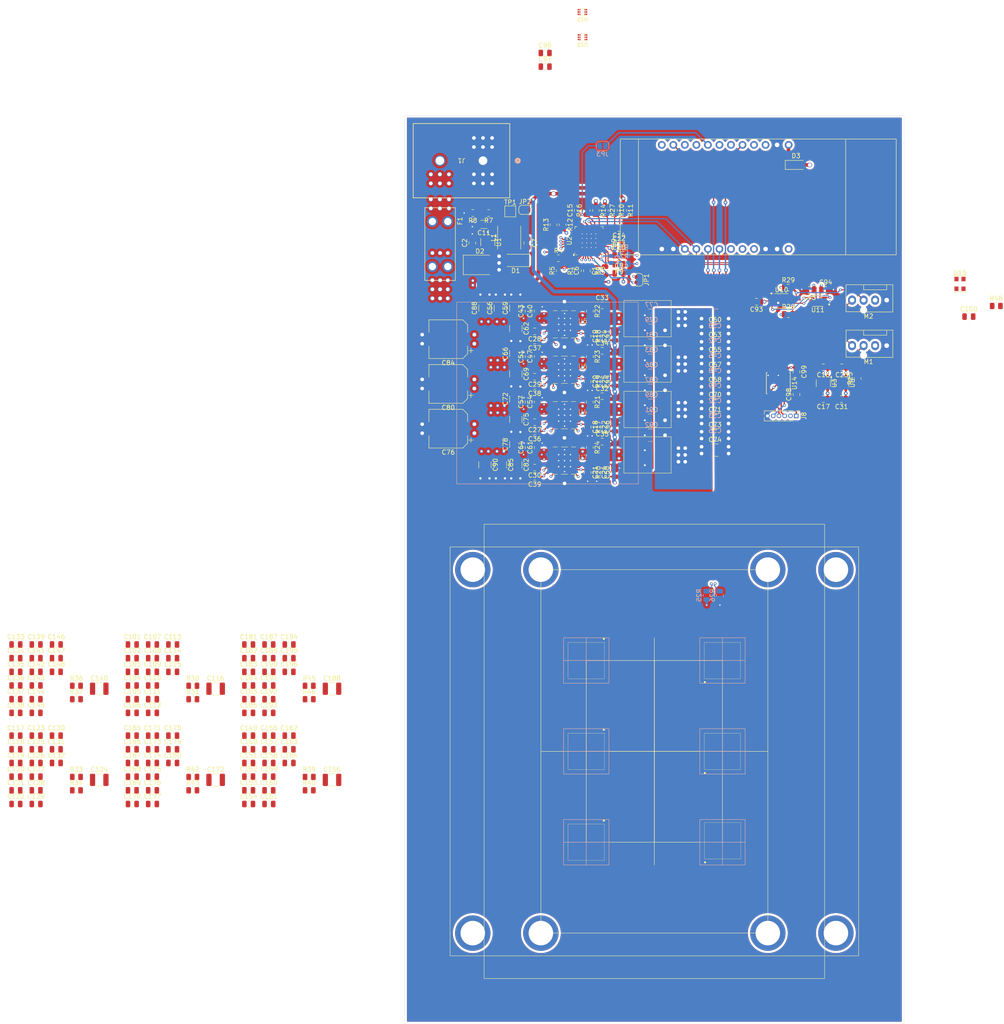
<source format=kicad_pcb>
(kicad_pcb (version 20240108) (generator "pcbnew") (generator_version "8.0")
  (layers (0 "F.Cu" signal) (1 "In1.Cu" signal) (2 "In2.Cu" signal) (3 "In3.Cu" signal) (4 "In4.Cu" signal) (31 "B.Cu" signal) (34 "B.Paste" user) (35 "F.Paste" user) (36 "B.SilkS" user "B.Silkscreen") (37 "F.SilkS" user "F.Silkscreen") (38 "B.Mask" user) (39 "F.Mask" user) (44 "Edge.Cuts" user))
  (net 0 "")
  (net 1 "Net-(U2-IMON)")
  (net 2 "GND")
  (net 3 "+12V")
  (net 4 "Net-(U2-VSP)")
  (net 5 "Net-(U2-VSN)")
  (net 6 "/Power/TPS_TSEN")
  (net 7 "Net-(U1-BS)")
  (net 8 "Net-(D1-K)")
  (net 9 "Net-(U2-COMP)")
  (net 10 "+VRef")
  (net 11 "Net-(C9-Pad1)")
  (net 12 "Net-(JP2-A)")
  (net 13 "Net-(U2-V3R3)")
  (net 14 "Net-(U2-V5)")
  (net 15 "Net-(U2-VIN)")
  (net 16 "Net-(JP3-A)")
  (net 17 "+3V3")
  (net 18 "+0V8")
  (net 19 "Net-(U4-ENABLE)")
  (net 20 "Net-(U5-ENABLE)")
  (net 21 "Net-(U6-ENABLE)")
  (net 22 "Net-(U7-ENABLE)")
  (net 23 "Net-(U4-BOOT)")
  (net 24 "Net-(U4-BOOT_R)")
  (net 25 "Net-(U5-BOOT_R)")
  (net 26 "Net-(U5-BOOT)")
  (net 27 "Net-(U6-BOOT_R)")
  (net 28 "Net-(U6-BOOT)")
  (net 29 "Net-(U7-BOOT_R)")
  (net 30 "Net-(U7-BOOT)")
  (net 31 "+1V2")
  (net 32 "Net-(C32-Pad1)")
  (net 33 "Net-(C33-Pad1)")
  (net 34 "Net-(C34-Pad1)")
  (net 35 "Net-(C35-Pad1)")
  (net 36 "+5V")
  (net 37 "VDD")
  (net 38 "Net-(U16-VDD1_0)")
  (net 39 "Net-(U16-VDD2_0)")
  (net 40 "Net-(U16-VDD3_0)")
  (net 41 "Net-(U16-VDD3_1)")
  (net 42 "Net-(U16-VDD2_1)")
  (net 43 "Net-(U16-VDD1_1)")
  (net 44 "Net-(U17-VDD1_0)")
  (net 45 "Net-(U17-VDD2_0)")
  (net 46 "Net-(U17-VDD3_0)")
  (net 47 "Net-(U17-VDD3_1)")
  (net 48 "Net-(U17-VDD2_1)")
  (net 49 "Net-(U17-VDD1_1)")
  (net 50 "Net-(U18-VDD1_0)")
  (net 51 "Net-(U18-VDD2_0)")
  (net 52 "Net-(U18-VDD3_0)")
  (net 53 "Net-(U18-VDD3_1)")
  (net 54 "Net-(U18-VDD2_1)")
  (net 55 "Net-(U18-VDD1_1)")
  (net 56 "Net-(U19-VDD1_0)")
  (net 57 "Net-(U19-VDD2_0)")
  (net 58 "Net-(U19-VDD3_0)")
  (net 59 "Net-(U19-VDD3_1)")
  (net 60 "Net-(U19-VDD2_1)")
  (net 61 "Net-(U19-VDD1_1)")
  (net 62 "Net-(U20-VDD1_0)")
  (net 63 "Net-(U20-VDD2_0)")
  (net 64 "Net-(U20-VDD3_0)")
  (net 65 "Net-(U20-VDD3_1)")
  (net 66 "Net-(U20-VDD2_1)")
  (net 67 "Net-(U20-VDD1_1)")
  (net 68 "Net-(U21-VDD1_0)")
  (net 69 "Net-(U21-VDD2_0)")
  (net 70 "Net-(U21-VDD3_0)")
  (net 71 "Net-(U21-VDD3_1)")
  (net 72 "Net-(U21-VDD2_1)")
  (net 73 "Net-(U21-VDD1_1)")
  (net 74 "Net-(D3-K)")
  (net 75 "Net-(F1-Pad1)")
  (net 76 "/BM1370-Chain/CI")
  (net 77 "/BM1370-Chain/RST_N")
  (net 78 "/BM1370-Chain/RO")
  (net 79 "/Power/TPS_CSP4")
  (net 80 "/Power/PWR_EN")
  (net 81 "Net-(M1-PWM)")
  (net 82 "/T-Display-S3/TACHO1")
  (net 83 "Net-(M2-PWM)")
  (net 84 "/T-Display-S3/TACHO2")
  (net 85 "/Power/VSENSE+")
  (net 86 "/Power/VSENSE-")
  (net 87 "/Power/FCCM")
  (net 88 "Net-(U1-FB)")
  (net 89 "Net-(U2-ISUM)")
  (net 90 "Net-(U2-ADDR_TRISE)")
  (net 91 "/Power/{slash}RESET")
  (net 92 "/Power/LDO_EN")
  (net 93 "Net-(U4-VSW)")
  (net 94 "Net-(U5-VSW)")
  (net 95 "Net-(U6-VSW)")
  (net 96 "Net-(U7-VSW)")
  (net 97 "/Power/VR_RDY")
  (net 98 "Net-(U16-LITE_PAD)")
  (net 99 "/BM1370-Chain/BM1370-1/RO")
  (net 100 "Net-(U17-LITE_PAD)")
  (net 101 "/BM1370-Chain/BM1370-1/RI")
  (net 102 "Net-(U18-LITE_PAD)")
  (net 103 "/BM1370-Chain/BM1370-2/RI")
  (net 104 "Net-(U19-LITE_PAD)")
  (net 105 "/BM1370-Chain/BM1370-3/RI")
  (net 106 "Net-(U20-LITE_PAD)")
  (net 107 "/BM1370-Chain/BM1370-4/RI")
  (net 108 "Net-(U21-LITE_PAD)")
  (net 109 "/BM1370-Chain/BM1370-5/RI")
  (net 110 "/BM1370-Chain/BM1370/BI")
  (net 112 "/T-Display-S3/SDA")
  (net 113 "/Power/TPS_PWM1")
  (net 115 "/Power/TPS_PWM3")
  (net 117 "/T-Display-S3/SCL")
  (net 119 "/Power/TPS_CSP3")
  (net 120 "/Power/TPS_PWM2")
  (net 122 "/Power/TPS_CSP1")
  (net 125 "/Power/TPS_CSP2")
  (net 126 "/Power/TPS_PWM4")
  (net 130 "Net-(U10-PWM2)")
  (net 133 "Net-(U10-PWM1)")
  (net 134 "/BM1370-Chain/RXD")
  (net 135 "/BM1370-Chain/TXD")
  (net 136 "/BM1370-Chain/RESET")
  (net 138 "/BM1370-Chain/BM1370/CLKI")
  (net 149 "/BM1370-Chain/BM1370-1/NRSTI")
  (net 154 "/BM1370-Chain/BM1370-1/CI")
  (net 155 "/BM1370-Chain/BM1370-1/BI")
  (net 156 "/BM1370-Chain/BM1370-1/CLKI")
  (net 160 "/BM1370-Chain/BM1370-1/CLKO")
  (net 162 "/BM1370-Chain/BM1370-1/BO")
  (net 164 "/BM1370-Chain/BM1370-1/CO")
  (net 166 "/BM1370-Chain/BM1370-1/NRSTO")
  (net 168 "/BM1370-Chain/BM1370-2/BO")
  (net 169 "/BM1370-Chain/BM1370-2/NRSTO")
  (net 172 "/BM1370-Chain/BM1370-2/CLKO")
  (net 174 "/BM1370-Chain/BM1370-2/CO")
  (net 176 "/BM1370-Chain/BM1370-3/CLKO")
  (net 177 "/BM1370-Chain/BM1370-3/NRSTO")
  (net 178 "/BM1370-Chain/BM1370-3/CO")
  (net 179 "/BM1370-Chain/BM1370-3/BO")
  (net 185 "/BM1370-Chain/BM1370-4/CO")
  (net 187 "/BM1370-Chain/BM1370-4/NRSTO")
  (net 192 "/BM1370-Chain/BM1370-4/CLKO")
  (net 193 "/BM1370-Chain/BM1370-4/BO")
  (net 194 "/BM1370-Chain/BM1370-5/CLKO")
  (net 195 "/BM1370-Chain/BM1370-5/BO")
  (net 198 "/BM1370-Chain/BM1370-5/NRSTO")
  (net 199 "/BM1370-Chain/BM1370-5/CO")
  (footprint "Resistor_SMD:R_0805_2012Metric" (layer "F.Cu") (at 70.8 93.1 -90)
    (property "Reference" "R21")
    (property "Value" "1R/0.5W")
  )
  (footprint "Capacitor_SMD:C_1210_3225Metric" (layer "F.Cu") (at 54.48 76.93 -90)
    (property "Reference" "C62")
    (property "Value" "22µ/25V")
  )
  (footprint "Capacitor_SMD:C_0805_2012Metric" (layer "F.Cu") (at -55.649 169.54)
    (property "Reference" "C118")
    (property "Value" "1µ/25V")
  )
  (footprint "Capacitor_SMD:C_0805_2012Metric" (layer "F.Cu") (at 58.64 97.55 180)
    (property "Reference" "C27")
    (property "Value" "100n/0.7mm")
  )
  (footprint "Capacitor_SMD:C_1210_3225Metric" (layer "F.Cu") (at 98.3742 83.8902)
    (property "Reference" "C65")
    (property "Value" "330µ/4V")
  )
  (footprint "" (layer "F.Cu") (at 66.52 97.33)
    (property "Reference" "")
    (property "Value" "")
  )
  (footprint "Resistor_SMD:R_0805_2012Metric" (layer "F.Cu") (at 70.8 73.1 -90)
    (property "Reference" "R22")
    (property "Value" "1R/0.5W")
  )
  (footprint "Capacitor_SMD:C_1210_3225Metric" (layer "F.Cu") (at 98.3742 80.5902)
    (property "Reference" "C63")
    (property "Value" "330µ/4V")
  )
  (footprint "Resistor_SMD:R_0805_2012Metric" (layer "F.Cu") (at 62.799 54.094 90)
    (property "Reference" "R13")
    (property "Value" "24.3k")
  )
  (footprint "Capacitor_SMD:C_0805_2012Metric" (layer "F.Cu") (at -21.109 152.49)
    (property "Reference" "C115")
    (property "Value" "100n/0.7mm")
  )
  (footprint "Capacitor_SMD:C_0805_2012Metric" (layer "F.Cu") (at -55.649 152.49)
    (property "Reference" "C135")
    (property "Value" "1µ/25V")
  )
  (footprint "" (layer "F.Cu") (at 66.52 77.33)
    (property "Reference" "")
    (property "Value" "")
  )
  (footprint "Capacitor_SMD:C_0805_2012Metric" (layer "F.Cu") (at 76.3 88.6 90)
    (property "Reference" "C44")
    (property "Value" "10µ/25V")
  )
  (footprint "" (layer "F.Cu") (at 65.219997 97.33)
    (property "Reference" "")
    (property "Value" "")
  )
  (footprint "Capacitor_SMD:C_1210_3225Metric" (layer "F.Cu") (at 54.48 102.43 90)
    (property "Reference" "C78")
    (property "Value" "22µ/25V")
  )
  (footprint "Capacitor_SMD:C_0805_2012Metric" (layer "F.Cu") (at 72.3 88.6 -90)
    (property "Reference" "C25")
    (property "Value" "2.2µ")
  )
  (footprint "Capacitor_SMD:C_0805_2012Metric" (layer "F.Cu") (at 4.531 146.47)
    (property "Reference" "C194")
    (property "Value" "1µ/25V")
  )
  (footprint "myfootprints:Hole Threaded M4" (layer "F.Cu") (at 45 130)
    (property "Reference" "REF**" (hide yes))
    (property "Value" "Hole Threaded M4")
  )
  (footprint "Resistor_SMD:R_0805_2012Metric" (layer "F.Cu") (at 72.105 50.935 -90)
    (property "Reference" "R14")
    (property "Value" "10k")
  )
  (footprint "Capacitor_SMD:C_0805_2012Metric" (layer "F.Cu") (at 116.31 91.45 90)
    (property "Reference" "C98")
    (property "Value" "100n/0.7mm")
  )
  (footprint "Capacitor_SMD:C_0805_2012Metric" (layer "F.Cu") (at -51.199 175.56)
    (property "Reference" "C127")
    (property "Value" "100n/0.7mm")
  )
  (footprint "Capacitor_SMD:C_0805_2012Metric" (layer "F.Cu") (at 72.3 98.6 -90)
    (property "Reference" "C22")
    (property "Value" "2.2µ")
  )
  (footprint "Resistor_SMD:R_0805_2012Metric" (layer "F.Cu") (at 114.52 67.91)
    (property "Reference" "R29")
    (property "Value" "2.7k")
  )
  (footprint "Capacitor_SMD:C_0805_2012Metric" (layer "F.Cu") (at 66.15 64.2 -90)
    (property "Reference" "C6")
    (property "Value" "1n/0.7mm")
  )
  (footprint "Capacitor_SMD:C_0805_2012Metric" (layer "F.Cu") (at 58.64 77.55 180)
    (property "Reference" "C28")
    (property "Value" "100n/0.7mm")
  )
  (footprint "Capacitor_SMD:C_0805_2012Metric" (layer "F.Cu") (at 57.3 93.1 90)
    (property "Reference" "C57")
    (property "Value" "1µ/25V")
  )
  (footprint "Capacitor_SMD:C_0805_2012Metric" (layer "F.Cu") (at -46.749 152.49)
    (property "Reference" "C148")
    (property "Value" "1µ/25V")
  )
  (footprint "Capacitor_SMD:C_0805_2012Metric" (layer "F.Cu") (at -21.109 172.55)
    (property "Reference" "C180")
    (property "Value" "1µ/25V")
  )
  (footprint "" (layer "F.Cu") (at 66.52 74.69)
    (property "Reference" "")
    (property "Value" "")
  )
  (footprint "Capacitor_SMD:C_0805_2012Metric" (layer "F.Cu") (at 116.31 86.45 -90)
    (property "Reference" "C99")
    (property "Value" "100n/0.7mm")
  )
  (footprint "Capacitor_SMD:C_1210_3225Metric" (layer "F.Cu") (at 13.991 156.21)
    (property "Reference" "C188")
    (property "Value" "100µ/6.3V")
  )
  (footprint "Capacitor_SMD:C_0805_2012Metric" (layer "F.Cu") (at -4.369 178.57)
    (property "Reference" "C153")
    (property "Value" "1µ/25V")
  )
  (footprint "" (layer "F.Cu") (at 66.52 94.69)
    (property "Reference" "")
    (property "Value" "")
  )
  (footprint "Capacitor_SMD:C_0805_2012Metric" (layer "F.Cu") (at 76.3 78.6 90)
    (property "Reference" "C41")
    (property "Value" "10µ/25V")
  )
  (footprint "Capacitor_SMD:C_0805_2012Metric" (layer "F.Cu") (at -25.559 152.49)
    (property "Reference" "C109")
    (property "Value" "1µ/25V")
  )
  (footprint "Capacitor_SMD:C_1210_3225Metric" (layer "F.Cu") (at 98.3742 93.7902)
    (property "Reference" "C70")
    (property "Value" "330µ/4V")
  )
  (footprint "" (layer "F.Cu") (at 65.219997 107.33)
    (property "Reference" "")
    (property "Value" "")
  )
  (footprint "Nerd8:BM1370" (layer "F.Cu") (at 70 170 -90)
    (property "Reference" "U17" (hide yes))
    (property "Value" "BM1370_mode1")
  )
  (footprint "Capacitor_SMD:C_0805_2012Metric" (layer "F.Cu") (at -25.559 172.55)
    (property "Reference" "C174")
    (property "Value" "1µ/25V")
  )
  (footprint "Connector_PinHeader_1.27mm:PinHeader_1x06_P1.27mm_Vertical" (layer "F.Cu") (at 116.265 96.15 -90)
    (property "Reference" "J8")
    (property "Value" "Conn_01x06")
  )
  (footprint "Capacitor_SMD:C_0805_2012Metric" (layer "F.Cu") (at -51.199 155.5)
    (property "Reference" "C143")
    (property "Value" "100n/0.7mm")
  )
  (footprint "" (layer "F.Cu") (at 66.52 96.01)
    (property "Reference" "")
    (property "Value" "")
  )
  (footprint "Capacitor_SMD:C_1210_3225Metric" (layer "F.Cu") (at -37.289 156.21)
    (property "Reference" "C140")
    (property "Value" "100µ/6.3V")
  )
  (footprint "" (layer "F.Cu") (at 65.22 88.41)
    (property "Reference" "")
    (property "Value" "")
  )
  (footprint "" (layer "F.Cu") (at 65.219995 84.69)
    (property "Reference" "")
    (property "Value" "")
  )
  (footprint "Capacitor_SMD:C_0805_2012Metric" (layer "F.Cu") (at -30.009 178.57)
    (property "Reference" "C169")
    (property "Value" "1µ/25V")
  )
  (footprint "myfootprints:IFLR-4031GC-01-8x10" (layer "F.Cu") (at 83.5 94.75)
    (property "Reference" "L2" (hide yes))
    (property "Value" "220nH")
  )
  (footprint "Resistor_SMD:R_0805_2012Metric" (layer "F.Cu") (at 74.3 108.6 90)
    (property "Reference" "R20")
    (property "Value" "1R/0.5W")
  )
  (footprint "Resistor_SMD:R_0805_2012Metric" (layer "F.Cu") (at 74.105 50.935 -90)
    (property "Reference" "R27")
    (property "Value" "10k")
  )
  (footprint "Capacitor_SMD:C_0805_2012Metric" (layer "F.Cu") (at 126.31 85.45 180)
    (property "Reference" "C23")
    (property "Value" "100n/0.7mm")
  )
  (footprint "Capacitor_SMD:C_0805_2012Metric" (layer "F.Cu") (at 58.64 87.55 180)
    (property "Reference" "C29")
    (property "Value" "100n/0.7mm")
  )
  (footprint "Nerd8:CONN2" (layer "F.Cu") (at 47.255098 39.98 180)
    (property "Reference" "J1")
    (property "Value" "Connector 02x01")
  )
  (footprint "Capacitor_SMD:C_0805_2012Metric" (layer "F.Cu") (at -4.369 181.58)
    (property "Reference" "C154")
    (property "Value" "10µ/25V")
  )
  (footprint "myfootprints:Hole Threaded M4" (layer "F.Cu") (at 45 210)
    (property "Reference" "REF**" (hide yes))
    (property "Value" "Hole Threaded M4")
  )
  (footprint "Resistor_SMD:R_0805_2012Metric" (layer "F.Cu") (at 48.5 51.5 180)
    (property "Reference" "R7")
    (property "Value" "84.5k")
  )
  (footprint "Capacitor_SMD:C_0805_2012Metric" (layer "F.Cu") (at -25.559 155.5)
    (property "Reference" "C110")
    (property "Value" "1µ/25V")
  )
  (footprint "" (layer "F.Cu") (at 63.92 96.01)
    (property "Reference" "")
    (property "Value" "")
  )
  (footprint "Capacitor_SMD:C_0805_2012Metric" (layer "F.Cu") (at 126.2225 92.45 180)
    (property "Reference" "C31")
    (property "Value" "1µ/25V")
  )
  (footprint "Capacitor_SMD:C_0805_2012Metric" (layer "F.Cu") (at 58.64 109.55 180)
    (property "Reference" "C39")
    (property "Value" "1n/0.7mm")
  )
  (footprint "Resistor_SMD:R_0805_2012Metric" (layer "F.Cu") (at -16.679 155.56)
    (property "Reference" "R30")
    (property "Value" "1k")
  )
  (footprint "Capacitor_SMD:C_0805_2012Metric" (layer "F.Cu") (at -4.369 155.5)
    (property "Reference" "C184")
    (property "Value" "1µ/25V")
  )
  (footprint "" (layer "F.Cu") (at 66.52 104.69)
    (property "Reference" "")
    (property "Value" "")
  )
  (footprint "Capacitor_SMD:C_0805_2012Metric" (layer "F.Cu") (at 44.9 58.09 90)
    (property "Reference" "C2")
    (property "Value" "10µ/25V")
  )
  (footprint "Capacitor_SMD:C_0805_2012Metric" (layer "F.Cu") (at 68.105 50.935 90)
    (property "Reference" "C15")
    (property "Value" "1n/0.7mm")
  )
  (footprint "" (layer "F.Cu") (at 63.92 97.33)
    (property "Reference" "")
    (property "Value" "")
  )
  (footprint "Capacitor_SMD:C_0805_2012Metric" (layer "F.Cu") (at 0.081 158.51)
    (property "Reference" "C192")
    (property "Value" "1µ/25V")
  )
  (footprint "Capacitor_SMD:C_0805_2012Metric" (layer "F.Cu") (at 57.3 103.1 90)
    (property "Reference" "C64")
    (property "Value" "1µ/25V")
  )
  (footprint "Resistor_SMD:R_0805_2012Metric" (layer "F.Cu") (at 114.53 73.79)
    (property "Reference" "R28")
    (property "Value" "2.7k")
  )
  (footprint "Capacitor_SMD:C_0805_2012Metric" (layer "F.Cu") (at -25.559 181.58)
    (property "Reference" "C177")
    (property "Value" "1µ/25V")
  )
  (footprint "Capacitor_SMD:C_0805_2012Metric" (layer "F.Cu") (at 119.18 68.43 180)
    (property "Reference" "C95")
    (property "Value" "100n/0.7mm")
  )
  (footprint "Package_DFN_QFN:Texas_RHA0040B_VQFN-40-1EP_6x6mm_P0.5mm_EP4.15x4.15mm_ThermalVias" (layer "F.Cu") (at 70.6 57.6 90)
    (property "Reference" "U2")
    (property "Value" "TPS53647")
  )
  (footprint "Capacitor_SMD:C_0805_2012Metric" (layer "F.Cu") (at 0.081 169.54)
    (property "Reference" "C157")
    (property "Value" "1µ/25V")
  )
  (footprint "Capacitor_SMD:C_0805_2012Metric" (layer "F.Cu") (at -25.559 146.47)
    (property "Reference" "C107")
    (property "Value" "1µ/25V")
  )
  (footprint "Capacitor_SMD:C_0805_2012Metric" (layer "F.Cu") (at 0.081 172.55)
    (property "Reference" "C158")
    (property "Value" "1µ/25V")
  )
  (footprint "Capacitor_SMD:C_1210_3225Metric" (layer "F.Cu") (at 98.3742 103.6902)
    (property "Reference" "C74")
    (property "Value" "330µ/4V")
  )
  (footprint "Capacitor_SMD:C_0805_2012Metric" (layer "F.Cu") (at 0.081 161.52)
    (property "Reference" "C193")
    (property "Value" "1µ/25V")
  )
  (footprint "" (layer "F.Cu") (at 65.219995 74.69)
    (property "Reference" "")
    (property "Value" "")
  )
  (footprint "8Axe:Fuseholder Blade_3568" (layer "F.Cu") (at 37.8 58.33 -90)
    (property "Reference" "F1")
    (property "Value" "3568")
  )
  (footprint "Capacitor_SMD:C_0805_2012Metric" (layer "F.Cu") (at -25.559 149.48)
    (property "Reference" "C108")
    (property "Value" "1µ/25V")
  )
  (footprint "Capacitor_SMD:CP_Elec_8x10" (layer "F.Cu") (at 39.6 79.27 180)
    (property "Reference" "C84")
    (property "Value" "220µ/25V")
  )
  (footprint "" (layer "F.Cu") (at 66.52 76.01)
    (property "Reference" "")
    (property "Value" "")
  )
  (footprint "Capacitor_SMD:C_0805_2012Metric" (layer "F.Cu") (at 73.51 101.83)
    (property "Reference" "C35")
    (property "Value" "1n/0.7mm")
  )
  (footprint "myfootprints:CSD95472-SON-5x6" (layer "F.Cu") (at 65.19 96)
    (property "Reference" "U4")
    (property "Value" "CSD95472Q5MC")
  )
  (footprint "myfootprints:T-Display-S3" (layer "F.Cu") (at 107.89 47.96 90)
    (property "Reference" "U9")
    (property "Value" "T-Display-S3")
  )
  (footprint "" (layer "F.Cu") (at 65.219997 93.61)
    (property "Reference" "")
    (property "Value" "")
  )
  (footprint "Capacitor_SMD:C_0805_2012Metric" (layer "F.Cu") (at -4.369 146.47)
    (property "Reference" "C181")
    (property "Value" "1µ/25V")
  )
  (footprint "" (layer "F.Cu") (at 63.92 84.69)
    (property "Reference" "")
    (property "Value" "")
  )
  (footprint "Capacitor_SMD:C_0805_2012Metric" (layer "F.Cu") (at -55.649 175.56)
    (property "Reference" "C120")
    (property "Value" "1µ/25V")
  )
  (footprint "Capacitor_SMD:C_0805_2012Metric" (layer "F.Cu") (at -55.649 158.51)
    (property "Reference" "C137")
    (property "Value" "1µ/25V")
  )
  (footprint "" (layer "F.Cu") (at 63.92 106.01)
    (property "Reference" "")
    (property "Value" "")
  )
  (footprint "Capacitor_SMD:C_1210_3225Metric" (layer "F.Cu") (at 98.3742 77.2902)
    (property "Reference" "C60")
    (property "Value" "330µ/4V")
  )
  (footprint "Capacitor_SMD:C_0805_2012Metric" (layer "F.Cu") (at -21.109 169.54)
    (property "Reference" "C179")
    (property "Value" "1µ/25V")
  )
  (footprint "Capacitor_SMD:C_1210_3225Metric" (layer "F.Cu") (at -37.289 176.27)
    (property "Reference" "C124")
    (property "Value" "100µ/6.3V")
  )
  (footprint "Capacitor_SMD:C_0805_2012Metric" (layer "F.Cu") (at -25.559 166.53)
    (property "Reference" "C171")
    (property "Value" "1µ/25V")
  )
  (footprint "Capacitor_SMD:C_0805_2012Metric" (layer "F.Cu") (at -25.559 158.51)
    (property "Reference" "C111")
    (property "Value" "1µ/25V")
  )
  (footprint "Capacitor_SMD:C_0805_2012Metric" (layer "F.Cu") (at -25.559 175.56)
    (property "Reference" "C175")
    (property "Value" "100n/0.7mm")
  )
  (footprint "Qaxe:TMP1075-DRL" (layer "F.Cu") (at 69.15 7.26)
    (property "Reference" "U12")
    (property "Value" "TMP1075")
  )
  (footprint "Capacitor_SMD:C_0805_2012Metric" (layer "F.Cu") (at 4.531 169.54)
    (property "Reference" "C163")
    (property "Value" "1µ/25V")
  )
  (footprint "Resistor_SMD:R_0805_2012Metric" (layer "F.Cu") (at 76.105 50.935 -90)
    (property "Reference" "R10")
    (property "Value" "2.2R/0.5W")
  )
  (footprint "Capacitor_SMD:C_0805_2012Metric" (layer "F.Cu") (at -30.009 158.51)
    (property "Reference" "C105")
    (property "Value" "1µ/25V")
  )
  (footprint "Capacitor_SMD:C_0805_2012Metric" (layer "F.Cu") (at -4.369 169.54)
    (property "Reference" "C150")
    (property "Value" "1µ/25V")
  )
  (footprint "" (layer "F.Cu") (at 65.219997 83.61)
    (property "Reference" "")
    (property "Value" "")
  )
  (footprint "myfootprints:CSD95472-SON-5x6" (layer "F.Cu") (at 65.195 105.9975)
    (property "Reference" "U7")
    (property "Value" "CSD95472Q5MC")
  )
  (footprint "Capacitor_SMD:C_0805_2012Metric" (layer "F.Cu") (at 122.2225 92.45 180)
    (property "Reference" "C17")
    (property "Value" "1µ/25V")
  )
  (footprint "TestPoint:TestPoint_Pad_2.0x2.0mm" (layer "F.Cu") (at 53.25 51.14)
    (property "Reference" "TP1")
    (property "Value" "3V3")
  )
  (footprint "Capacitor_SMD:C_0805_2012Metric" (layer "F.Cu") (at -46.749 149.48)
    (property "Reference" "C147")
    (property "Value" "1µ/25V")
  )
  (footprint "Resistor_SMD:R_0805_2012Metric" (layer "F.Cu") (at 74.3 98.6 90)
    (property "Reference" "R17")
    (property "Value" "1R/0.5W")
  )
  (footprint "Resistor_SMD:R_0805_2012Metric" (layer "F.Cu") (at -42.319 178.57)
    (property "Reference" "R34")
    (property "Value" "10k")
  )
  (footprint "" (layer "F.Cu") (at 65.219997 96.01)
    (property "Reference" "")
    (property "Value" "")
  )
  (footprint "Capacitor_SMD:C_0805_2012Metric" (layer "F.Cu") (at -55.649 181.58)
    (property "Reference" "C122")
    (property "Value" "10µ/25V")
  )
  (footprint "" (layer "F.Cu") (at 65.219995 104.69)
    (property "Reference" "")
    (property "Value" "")
  )
  (footprint "Capacitor_SMD:C_0805_2012Metric" (layer "F.Cu") (at -51.199 146.47)
    (property "Reference" "C139")
    (property "Value" "1µ/25V")
  )
  (footprint "Connector:FanPinHeader_1x04_P2.54mm_Vertical" (layer "F.Cu") (at 136.18 70.68 180)
    (property "Reference" "M2")
    (property "Value" "Fan_4pin")
  )
  (footprint "" (layer "F.Cu") (at 65.219997 106.01)
    (property "Reference" "")
    (property "Value" "")
  )
  (footprint "" (layer "F.Cu") (at 63.92 86.01)
    (property "Reference" "")
    (property "Value" "")
  )
  (footprint "Capacitor_SMD:C_0805_2012Metric" (layer "F.Cu") (at -30.009 149.48)
    (property "Reference" "C102")
    (property "Value" "1µ/25V")
  )
  (footprint "Capacitor_SMD:C_1210_3225Metric" (layer "F.Cu") (at 54.48 96.93 -90)
    (property "Reference" "C75")
    (property "Value" "22µ/25V")
  )
  (footprint "" (layer "F.Cu") (at 66.52 84.69)
    (property "Reference" "")
    (property "Value" "")
  )
  (footprint "Capacitor_SMD:C_0805_2012Metric" (layer "F.Cu") (at -55.649 161.52)
    (property "Reference" "C138")
    (property "Value" "10µ/25V")
  )
  (footprint "Resistor_SMD:R_0805_2012Metric" (layer "F.Cu") (at -16.679 178.57)
    (property "Reference" "R43")
    (property "Value" "10k")
  )
  (footprint "Capacitor_SMD:C_0805_2012Metric" (layer "F.Cu") (at 77.216 60.77)
    (property "Reference" "C10")
    (property "Value" "330n")
  )
  (footprint "Resistor_SMD:R_0805_2012Metric" (layer "F.Cu") (at 64.799 54.094 -90)
    (property "Reference" "R12")
    (property "Value" "16.5k")
  )
  (footprint "Resistor_SMD:R_0805_2012Metric" (layer "F.Cu") (at 70.8 103.1 -90)
    (property "Reference" "R24")
    (property "Value" "1R/0.5W")
  )
  (footprint "Resistor_SMD:R_0805_2012Metric" (layer "F.Cu") (at 8.961 178.57)
    (property "Reference" "R40")
    (property "Value" "10k")
  )
  (footprint "myfootprints:IFLR-4031GC-01-8x10" (layer "F.Cu") (at 83.5 84.75)
    (property "Reference" "L4" (hide yes))
    (property "Value" "220nH")
  )
  (footprint "" (layer "F.Cu") (at 63.92 107.33)
    (property "Reference" "")
    (property "Value" "")
  )
  (footprint "Capacitor_SMD:C_1210_3225Metric" (layer "F.Cu") (at 98.3742 97.0902)
    (property "Reference" "C71")
    (property "Value" "330µ/4V")
  )
  (footprint "Qaxe:TMP1075-DRL" (layer "F.Cu") (at 69.19 12.81)
    (property "Reference" "U13")
    (property "Value" "TMP1075")
  )
  (footprint "Capacitor_SMD:C_0805_2012Metric" (layer "F.Cu") (at -25.559 178.57)
    (property "Reference" "C176")
    (property "Value" "1µ/25V")
  )
  (footprint "Package_TO_SOT_SMD:SOT-23-5" (layer "F.Cu") (at 126.2225 88.95 -90)
    (property "Reference" "U8")
    (property "Value" "MCP1824T-1202E")
  )
  (footprint "Capacitor_SMD:C_0805_2012Metric" (layer "F.Cu") (at 58.64 99.55 180)
    (property "Reference" "C36")
    (property "Value" "1n/0.7mm")
  )
  (footprint "" (layer "F.Cu") (at 63.92 77.33)
    (property "Reference" "")
    (property "Value" "")
  )
  (footprint "Diode_SMD:D_SOD-128" (layer "F.Cu") (at 54.4475 61.94 180)
    (property "Reference" "D1")
    (property "Value" "PMEG4030EP,115")
  )
  (footprint "Resistor_SMD:R_0805_2012Metric" (layer "F.Cu") (at 77.216 62.77 180)
    (property "Reference" "R9")
    (property "Value" "2.55k")
  )
  (footprint "Capacitor_SMD:C_0805_2012Metric" (layer "F.Cu") (at -21.109 166.53)
    (property "Reference" "C178")
    (property "Value" "1µ/25V")
  )
  (footprint "Capacitor_SMD:C_0805_2012Metric" (layer "F.Cu") (at 59.3 73.1 90)
    (property "Reference" "C40")
    (property "Value" "3.3n/25V")
  )
  (footprint "" (layer "F.Cu") (at 66.52 107.33)
    (property "Reference" "")
    (property "Value" "")
  )
  (footprint "Capacitor_SMD:C_0805_2012Metric" (layer "F.Cu") (at -25.559 161.52)
    (property "Reference" "C112")
    (property "Value" "1µ/25V")
  )
  (footprint "Nerd8:BM1370" (layer "F.Cu") (at 100 150 90)
    (property "Reference" "U21" (hide yes))
    (property "Value" "BM1370_mode1")
  )
  (footprint "Capacitor_SMD:C_1210_3225Metric" (layer "F.Cu") (at 54.48 86.93 -90)
    (property "Reference" "C69")
    (property "Value" "22µ/25V")
  )
  (footprint "Capacitor_SMD:C_0805_2012Metric" (layer "F.Cu") (at 0.081 146.47)
    (property "Reference" "C187")
    (property "Value" "1µ/25V")
  )
  (footprint "Capacitor_SMD:C_1210_3225Metric" (layer "F.Cu") (at 13.991 176.27)
    (property "Reference" "C156")
    (property "Value" "100µ/6.3V")
  )
  (footprint "Package_TO_SOT_SMD:SOT-23-6" (layer "F.Cu") (at 48.3025 57.91 -90)
    (property "Reference" "U1")
    (property "Value" "AP3211")
  )
  (footprint "Capacitor_SMD:CP_Elec_8x10" (layer "F.Cu") (at 39.6 89.12 180)
    (property "Reference" "C80")
    (property "Value" "220µ/25V")
  )
  (footprint "" (layer "F.Cu") (at 66.52 86.01)
    (property "Reference" "")
    (property "Value" "")
  )
  (footprint "Capacitor_SMD:C_0805_2012Metric" (layer "F.Cu") (at 107.51 71.03 180)
    (property "Reference" "C93")
    (property "Value" "100n/0.7mm")
  )
  (footprint "Capacitor_SMD:C_0805_2012Metric" (layer "F.Cu") (at -51.199 178.57)
    (property "Reference" "C128")
    (property "Value" "1µ/25V")
  )
  (footprint "Nerd8:BM1370" (layer "F.Cu") (at 100 170 90)
    (property "Reference" "U20" (hide yes))
    (property "Value" "BM1370_mode1")
  )
  (footprint "Capacitor_SMD:C_0805_2012Metric" (layer "F.Cu") (at 0.081 178.57)
    (property "Reference" "C160")
    (property "Value" "1µ/25V")
  )
  (footprint "Capacitor_SMD:C_0805_2012Metric" (layer "F.Cu") (at -30.009 146.47)
    (property "Reference" "C101")
    (property "Value" "1µ/25V")
  )
  (footprint "Capacitor_SMD:C_0805_2012Metric" (layer "F.Cu") (at -51.199 169.54)
    (property "Reference" "C125")
    (property "Value" "1µ/25V")
  )
  (footprint "Capacitor_SMD:C_1210_3225Metric" (layer "F.Cu") (at -11.649 176.27)
    (property "Reference" "C172")
    (property "Value" "100µ/6.3V")
  )
  (footprint "myfootprints:IFLR-4031GC-01-8x10" (layer "F.Cu") (at 83.5 104.75)
    (property "Reference" "L5" (hide yes))
    (property "Value" "220nH")
  )
  (footprint "Capacitor_SMD:C_1210_3225Metric" (layer "F.Cu") (at 98.3742 90.4902)
    (property "Reference" "C68")
    (property "Value" "330µ/4V")
  )
  (footprint "Capacitor_SMD:C_0805_2012Metric" (layer "F.Cu") (at 73.51 81.83)
    (property "Reference" "C34")
    (property "Value" "1n/0.7mm")
  )
  (footprint "Capacitor_SMD:C_0805_2012Metric" (layer "F.Cu") (at 70.3 98.6 -90)
    (property "Reference" "C18")
    (property "Value" "100n/0.7mm")
  )
  (footprint "Capacitor_SMD:C_0805_2012Metric" (layer "F.Cu") (at 4.531 149.48)
    (property "Reference" "C195")
    (property "Value" "1µ/25V")
  )
  (footprint "" (layer "F.Cu") (at 63.92 94.69)
    (property "Reference" "")
    (property "Value" "")
  )
  (footprint "Resistor_SMD:R_0805_2012Metric" (layer "F.Cu") (at -16.679 158.51)
    (property "Reference" "R31")
    (property "Value" "10k")
  )
  (footprint "Resistor_SMD:R_0805_2012Metric" (layer "F.Cu") (at 70.8 83.1 -90)
    (property "Reference" "R23")
    (property "Value" "1R/0.5W")
  )
  (footprint "" (layer "F.Cu") (at 66.52 87.33)
    (property "Reference" "")
    (property "Value" "")
  )
  (footprint "Capacitor_SMD:C_1210_3225Metric" (layer "F.Cu") (at 47.68 106.93 -90)
    (property "Reference" "C90")
    (property "Value" "22µ/25V")
  )
  (footprint "myfootprints:Hole Threaded M4" (layer "F.Cu") (at 110 210)
    (property "Reference" "REF**" (hide yes))
    (property "Value" "Hole Threaded M4")
  )
  (footprint "Capacitor_SMD:C_0805_2012Metric" (layer "F.Cu") (at 0.081 181.58)
    (property "Reference" "C161")
    (property "Value" "1µ/25V")
  )
  (footprint "Capacitor_SMD:C_0805_2012Metric" (layer "F.Cu") (at 0.081 152.49)
    (property "Reference" "C190")
    (property "Value" "1µ/25V")
  )
  (footprint "Capacitor_SMD:C_0805_2012Metric" (layer "F.Cu") (at 4.531 172.55)
    (property "Reference" "C164")
    (property "Value" "1µ/25V")
  )
  (footprint "Capacitor_SMD:C_0805_2012Metric" (layer "F.Cu") (at -55.649 172.55)
    (property "Reference" "C119")
    (property "Value" "1µ/25V")
  )
  (footprint "" (layer "F.Cu") (at 65.219997 87.33)
    (property "Reference" "")
    (property "Value" "")
  )
  (footprint "" (layer "F.Cu") (at 65.219995 94.69)
    (property "Reference" "")
    (property "Value" "")
  )
  (footprint "myfootprints:Hole Threaded M4" (layer "F.Cu") (at 60 130)
    (property "Reference" "REF**" (hide yes))
    (property "Value" "Hole Threaded M4")
  )
  (footprint "Capacitor_SMD:C_0805_2012Metric" (layer "F.Cu") (at -30.009 152.49)
    (property "Reference" "C103")
    (property "Value" "1µ/25V")
  )
  (footprint "Package_SO:VSSOP-8_2.3x2mm_P0.5mm" (layer "F.Cu") (at 121.02 70.865 180)
    (property "Reference" "U11")
    (property "Value" "TXU0102-DCU")
  )
  (footprint "Resistor_SMD:R_0805_2012Metric" (layer "F.Cu") (at 8.961 175.62)
    (property "Reference" "R39")
    (property "Value" "1k")
  )
  (footprint "Capacitor_SMD:C_0805_2012Metric" (layer "F.Cu") (at -46.749 166.53)
    (property "Reference" "C130")
    (property "Value" "1µ/25V")
  )
  (footprint "" (layer "F.Cu") (at 65.22 108.41)
    (property "Reference" "")
    (property "Value" "")
  )
  (footprint "Capacitor_SMD:C_0805_2012Metric" (layer "F.Cu") (at -4.369 172.55)
    (property "Reference" "C151")
    (property "Value" "1µ/25V")
  )
  (footprint "Capacitor_SMD:C_0805_2012Metric" (layer "F.Cu") (at 72.3 108.6 -90)
    (property "Reference" "C26")
    (property "Value" "2.2µ")
  )
  (footprint "Capacitor_SMD:C_0805_2012Metric" (layer "F.Cu") (at -46.749 172.55)
    (property "Reference" "C132")
    (property "Value" "1µ/25V")
  )
  (footprint "Nerd8:BM1370" (layer "F.Cu") (at 70 190 -90)
    (property "Reference" "U18" (hide yes))
    (property "Value" "BM1370_mode1")
  )
  (footprint "Capacitor_SMD:C_0805_2012Metric" (layer "F.Cu") (at -21.109 149.48)
    (property "Reference" "C114")
    (property "Value" "1µ/25V")
  )
  (footprint "Capacitor_SMD:C_0805_2012Metric" (layer "F.Cu") (at -51.199 158.51)
    (property "Reference" "C144")
    (property "Value" "1µ/25V")
  )
  (footprint "Capacitor_SMD:C_0805_2012Metric" (layer "F.Cu") (at -46.749 169.54)
    (property "Reference" "C131")
    (property "Value" "1µ/25V")
  )
  (footprint "Resistor_SMD:R_0805_2012Metric" (layer "F.Cu") (at -42.319 158.51)
    (property "Reference" "R37")
    (property "Value" "10k")
  )
  (footprint "Capacitor_SMD:C_0805_2012Metric" (layer "F.Cu") (at -46.749 146.47)
    (property "Reference" "C146")
    (property "Value" "1µ/25V")
  )
  (footprint "Capacitor_SMD:C_1210_3225Metric" (layer "F.Cu") (at 54.48 72.43 90)
    (property "Reference" "C59")
    (property "Value" "22µ/25V")
  )
  (footprint "Resistor_SMD:R_0805_2012Metric" (layer "F.Cu") (at -42.319 175.62)
    (property "Reference" "R33")
    (property "Value" "1k")
  )
  (footprint "" (layer "F.Cu") (at 65.219997 76.01)
    (property "Reference" "")
    (property "Value" "")
  )
  (footprint "Jumper:SolderJumper-2_P1.3mm_Open_RoundedPad1.0x1.5mm" (layer "F.Cu") (at 56.53 50.8)
    (property "Reference" "JP2")
    (property "Value" "SolderJumper_2_Open")
  )
  (footprint "Resistor_SMD:R_0805_2012Metric" (layer "F.Cu") (at 74.3 88.6 90)
    (property "Reference" "R19")
    (property "Value" "1R/0.5W")
  )
  (footprint "Resistor_SMD:R_0805_2012Metric" (layer "F.Cu") (at 78.105 50.935 -90)
    (property "Reference" "R11")
    (property "Value" "2.2R/0.5W")
  )
  (footprint "Resistor_SMD:R_0805_2012Metric" (layer "F.Cu") (at -42.319 155.56)
    (property "Reference" "R36")
    (property "Value" "1k")
  )
  (footprint "Capacitor_SMD:C_0805_2012Metric" (layer "F.Cu") (at -30.009 155.5)
    (property "Reference" "C104")
    (property "Value" "1µ/25V")
  )
  (footprint "Capacitor_SMD:C_0805_2012Metric" (layer "F.Cu") (at 73.51 71.83)
    (property "Reference" "C33")
    (property "Value" "1n/0.7mm")
  )
  (footprint "Resistor_SMD:R_0805_2012Metric" (layer "F.Cu") (at 8.961 158.51)
    (property "Reference" "R46")
    (property "Value" "10k")
  )
  (footprint "" (layer "F.Cu") (at 63.92 87.33)
    (property "Reference" "")
    (property "Value" "")
  )
  (footprint "Jumper:SolderJumper-2_P1.3mm_Open_RoundedPad1.0x1.5mm" (layer "F.Cu") (at 81.47 66.19 -90)
    (property "Reference" "JP1")
    (property "Value" "Disable Phase 4")
  )
  (footprint "Resistor_SMD:R_0805_2012Metric" (layer "F.Cu") (at 8.961 155.56)
    (property "Reference" "R45")
    (property "Value" "1k")
  )
  (footprint "Capacitor_SMD:C_0805_2012Metric" (layer "F.Cu") (at -30.009 169.54)
    (property "Reference" "C166")
    (property "Value" "1µ/25V")
  )
  (footprint "Capacitor_SMD:C_0805_2012Metric" (layer "F.Cu") (at 70.3 78.6 -90)
    (property "Reference" "C19")
    (property "Value" "100n/0.7mm")
  )
  (footprint "Capacitor_SMD:C_1210_3225Metric" (layer "F.Cu") (at 54.48 92.43 90)
    (property "Reference" "C72")
    (property "Value" "22µ/25V")
  )
  (footprint "" (layer "F.Cu") (at 63.92 104.69)
    (property "Reference" "")
    (property "Value" "")
  )
  (footprint "" (layer "F.Cu") (at 65.219997 73.61)
    (property "Reference" "")
    (property "Value" "")
  )
  (footprint "Resistor_SMD:R_0805_2012Metric" (layer "F.Cu") (at 70.105 50.935 90)
    (property "Reference" "R16")
    (property "Value" "10k")
  )
  (footprint "Capacitor_SMD:C_0805_2012Metric" (layer "F.Cu") (at -4.369 152.49)
    (property "Reference" "C183")
    (property "Value" "1µ/25V")
  )
  (footprint "" (layer "F.Cu") (at 66.52 106.01)
    (property "Reference" "")
    (property "Value" "")
  )
  (footprint "" (layer "F.Cu") (at 65.219997 86.01)
    (property "Reference" "")
    (property "Value" "")
  )
  (footprint "Capacitor_SMD:C_0805_2012Metric" (layer "F.Cu") (at 122.2225 85.45 180)
    (property "Reference" "C16")
    (property "Value" "100n/0.7mm")
  )
  (footprint "" (layer "F.Cu") (at 65.22 98.41)
    (property "Reference" "")
    (property "Value" "")
  )
  (footprint "Capacitor_SMD:C_0805_2012Metric" (layer "F.Cu") (at -30.009 175.56)
    (property "Reference" "C168")
    (property "Value" "1µ/25V")
  )
  (footprint "Capacitor_SMD:C_0805_2012Metric" (layer "F.Cu") (at -51.199 166.53)
    (property "Reference" "C123")
    (property "Value" "1µ/25V")
  )
  (footprint "Capacitor_SMD:C_0805_2012Metric" (layer "F.Cu") (at 0.081 175.56)
    (property "Reference" "C159")
    (property "Value" "100n/0.7mm")
  )
  (footprint "Capacitor_SMD:C_0805_2012Metric" (layer "F.Cu") (at 60.94 19.28)
    (property "Reference" "C97")
    (property "Value" "100n/0.7mm")
  )
  (footprint "Capacitor_SMD:C_0805_2012Metric" (layer "F.Cu") (at 77.216 54.77 180)
    (property "Reference" "C14")
    (property "Value" "1µ/25V")
  )
  (footprint "Inductor_SMD:L_Taiyo-Yuden_NR-50xx" (layer "F.Cu") (at 53.02 56.9 90)
    (property "Reference" "L1")
    (property "Value" "4.7µH/2.3A/2.7A")
  )
  (footprint "Capacitor_SMD:CP_Elec_8x10" (layer "F.Cu") (at 39.6 98.97 180)
    (property "Reference" "C76")
    (property "Value" "220µ/25V")
  )
  (footprint "Connector:FanPinHeader_1x04_P2.54mm_Vertical" (layer "F.Cu") (at 136.18 80.68 180)
    (property "Reference" "M1")
    (property "Value" "Fan_4pin")
  )
  (footprint "Resistor_SMD:R_0805_2012Metric" (layer "F.Cu") (at 129.79 87.92 90)
    (property "Reference" "R15")
    (property "Value" "10k")
  )
  (footprint "Capacitor_SMD:C_0805_2012Metric" (layer "F.Cu") (at 76.3 98.6 90)
    (property "Reference" "C46")
    (property "Value" "10µ/25V")
  )
  (footprint "Oscillator:Oscillator_SMD_EuroQuartz_XO32-4Pin_3.2x2.5mm" (layer "F.Cu") (at 152.33 67.1)
    (property "Reference" "U15")
    (property "Value" "25MHz")
  )
  (footprint "Capacitor_SMD:C_1206_3216Metric" (layer "F.Cu") (at 47.46 54 180)
    (property "Reference" "C11")
    (property "Value" "22µ/16V")
  )
  (footprint "Capacitor_SMD:C_0805_2012Metric" (layer "F.Cu") (at -55.649 166.53)
    (property "Reference" "C117")
    (property "Value" "1µ/25V")
  )
  (footprint "Resistor_SMD:R_0805_2012Metric" (layer "F.Cu") (at 64.15 64.2 90)
    (property "Reference" "R5")
    (property "Value" "121k")
  )
  (footprint "Capacitor_SMD:C_0805_2012Metric" (layer "F.Cu") (at -21.109 146.47)
    (property "Reference" "C113")
    (property "Value" "10µ/25V")
  )
  (footprint "Resistor_SMD:R_0805_2012Metric" (layer "F.Cu") (at 74.3 78.6 90)
    (property "Reference" "R18")
    (property "Value" "1R/0.5W")
  )
  (footprint "Capacitor_SMD:C_0805_2012Metric" (layer "F.Cu") (at 154.29 74.3)
    (property "Reference" "C100")
    (property "Value" "100n/0.7mm")
  )
  (footprint "Capacitor_SMD:C_1210_3225Metric" (layer "F.Cu") (at 51.08 72.43 90)
    (property "Reference" "C56")
    (property "Value" "22µ/25V")
  )
  (footprint "Capacitor_SMD:C_0805_2012Metric" (layer "F.Cu") (at 76.3 108.6 90)
    (property "Reference" "C50")
    (property "Value" "10µ/25V")
  )
  (footprint "Package_SO:MSOP-10_3x3mm_P0.5mm" (layer "F.Cu") (at 113.02 70.865)
    (property "Reference" "U10")
    (property "Value" "EMC2302-1")
  )
  (footprint "Resistor_SMD:R_0805_2012Metric" (layer "F.Cu") (at 63.85 61.45)
    (property "Reference" "R4")
    (property "Value" "100k")
  )
  (footprint "Capacitor_SMD:C_0805_2012Metric" (layer "F.Cu") (at -55.649 146.47)
    (property "Reference" "C133")
    (property "Value" "1µ/25V")
  )
  (footprint "Capacitor_SMD:C_0805_2012Metric" (layer "F.Cu") (at 72.3 78.6 -90)
    (property "Reference" "C24")
    (property "Value" "2.2µ")
  )
  (footprint "Capacitor_SMD:C_0805_2012Metric" (layer "F.Cu") (at 77.216 64.77)
    (property "Reference" "C9")
    (property "Value" "1n/0.7mm")
  )
  (footprint "Nerd8:BM1370" (layer "F.Cu") (at 70 150 -90)
    (property "Reference" "U16" (hide yes))
    (property "Value" "BM1370_mode1")
  )
  (footprint "Capacitor_SMD:C_1210_3225Metric" (layer "F.Cu") (at 47.68 72.43 90)
    (property "Reference" "C88")
    (property "Value" "22µ/25V")
  )
  (footprint "Capacitor_SMD:C_0805_2012Metric" (layer "F.Cu") (at -30.009 181.58)
    (property "Reference" "C170")
    (property "Value" "10µ/25V")
  )
  (footprint "Capacitor_SMD:C_0805_2012Metric" (layer "F.Cu") (at 70.3 108.6 -90)
    (property "Reference" "C21")
    (property "Value" "100n/0.7mm")
  )
  (footprint "myfootprints:CSD95472-SON-5x6" (layer "F.Cu") (at 65.195 85.9975)
    (property "Reference" "U6")
    (property "Value" "CSD95472Q5MC")
  )
  (footprint "Capacitor_SMD:C_0805_2012Metric" (layer "F.Cu") (at -4.369 161.52)
    (property "Reference" "C186")
    (property "Value" "10µ/25V")
  )
  (footprint "Capacitor_SMD:C_0805_2012Metric" (layer "F.Cu") (at 0.081 166.53)
    (property "Reference" "C155")
    (property "Value" "1µ/25V")
  )
  (footprint "Capacitor_SMD:C_0805_2012Metric" (layer "F.Cu") (at 59.3 83.1 90)
    (property "Reference" "C47")
    (property "Value" "3.3n/25V")
  )
  (footprint "Capacitor_SMD:C_0805_2012Metric" (layer "F.Cu") (at 77.216 56.77 180)
    (property "Reference" "C13")
    (property "Value" "4.7µ")
  )
  (footprint "Capacitor_SMD:C_0805_2012Metric" (layer "F.Cu") (at 70.15 64.2 -90)
    (property "Reference" "C1")
    (property "Value" "2.2n")
  )
  (footprint "myfootprints:IFLR-4031GC-01-8x10" (layer "F.Cu") (at 83.5 74.75)
    (property "Reference" "L3" (hide yes))
    (property "Value" "220nH")
  )
  (footprint "" (layer "F.Cu") (at 63.92 74.69)
    (property "Reference" "")
    (property "Value" "")
  )
  (footprint "Capacitor_SMD:C_1210_3225Metric" (layer "F.Cu") (at 98.3742 100.3902)
    (property "Reference" "C73")
    (property "Value" "330µ/4V")
  )
  (footprint "Capacitor_SMD:C_1210_3225Metric" (layer "F.Cu") (at -11.649 156.21)
    (property "Reference" "C116")
    (property "Value" "100µ/6.3V")
  )
  (footprint "Capacitor_SMD:C_0805_2012Metric" (layer "F.Cu") (at -51.199 161.52)
    (property "Reference" "C145")
    (property "Value" "1µ/25V")
  )
  (footprint "" (layer "F.Cu") (at 65.219997 77.33)
    (property "Reference" "")
    (property "Value" "")
  )
  (footprint "" (layer "F.Cu") (at 63.92 76.01)
    (property "Reference" "")
    (property "Value" "")
  )
  (footprint "Capacitor_SMD:C_1210_3225Metric" (layer "F.Cu") (at 51.08 106.93 -90)
    (property "Reference" "C85")
    (property "Value" "22µ/25V")
  )
  (footprint "Resistor_SMD:R_0805_2012Metric" (layer "F.Cu") (at 68.15 64.2 90)
    (property "Reference" "R1")
    (property "Value" "33.2k")
  )
  (footprint "Capacitor_SMD:C_0805_2012Metric" (layer "F.Cu") (at 59.3 103.1 90)
    (property "Reference" "C61")
    (property "Value" "3.3n/25V")
  )
  (footprint "Capacitor_SMD:C_1210_3225Metric" (layer "F.Cu") (at 54.48 82.43 90)
    (property "Reference" "C66")
    (property "Value" "22µ/25V")
  )
  (footprint "Capacitor_SMD:C_0805_2012Metric" (layer "F.Cu") (at 60.94 16.27)
    (property "Reference" "C96")
    (property "Value" "100n/0.7mm")
  )
  (footprint "Capacitor_SMD:C_0805_2012Metric" (layer "F.Cu") (at 4.531 166.53)
    (property "Reference" "C162")
    (property "Value" "1µ/25V")
  )
  (footprint "Capacitor_SMD:C_1210_3225Metric" (layer "F.Cu") (at 54.48 106.93 -90)
    (property "Reference" "C82")
    (property "Value" "22µ/25V")
  )
  (footprint "myfootprints:Hole Threaded M4" (layer "F.Cu") (at 60 210)
    (property "Reference" "REF**" (hide yes))
    (property "Value" "Hole Threaded M4")
  )
  (footprint "Capacitor_SMD:C_0805_2012Metric" (layer "F.Cu") (at 58.64 79.55 180)
    (property "Reference" "C37")
    (property "Value" "1n/0.7mm")
  )
  (footprint "Capacitor_SMD:C_0805_2012Metric" (layer "F.Cu") (at 59.3 93.1 90)
    (property "Reference" "C54")
    (property "Value" "3.3n/25V")
  )
  (footprint "myfootprints:Hole Threaded M4" (layer "F.Cu") (at 125 130)
    (property "Reference" "REF**" (hide yes))
    (property "Value" "Hole Threaded M4")
  )
  (footprint "Package_TO_SOT_SMD:SOT-23-5" (layer "F.Cu") (at 122.2225 88.95 -90)
    (property "Reference" "U3")
    (property "Value" "MCP1824T-0802E")
  )
  (footprint "Capacitor_SMD:C_0805_2012Metric" (layer "F.Cu") (at 77.216 58.77)
    (property "Reference" "C12")
    (property "Value" "1µ/25V")
  )
  (footprint "Capacitor_SMD:C_0805_2012Metric" (layer "F.Cu") (at -51.199 152.49)
    (property "Reference" "C142")
    (property "Value" "1µ/25V")
  )
  (footprint "Diode_SMD:D_SOD-123" (layer "F.Cu") (at 116.2025 40.91)
    (property "Reference" "D3")
    (property "Value" "1N5819")
  )
  (footprint "Capacitor_SMD:C_0805_2012Metric" (layer "F.Cu") (at 57 58.12 -90)
    (property "Reference" "C7")
    (property "Value" "10n")
  )
  (footprint "Capacitor_SMD:C_0805_2012Metric" (layer "F.Cu") (at -25.559 169.54)
    (property "Reference" "C173")
    (property "Value" "1µ/25V")
  )
  (footprint "Capacitor_SMD:C_0805_2012Metric" (layer "F.Cu") (at 57.3 83.1 90)
    (property "Reference" "C51")
    (property "Value" "1µ/25V")
  )
  (footprint "Capacitor_SMD:C_0805_2012Metric" (layer "F.Cu") (at 4.531 152.49)
    (property "Reference" "C196")
    (property "Value" "1µ/25V")
  )
  (footprint "Package_SO:TSSOP-14-1EP_4.4x5mm_P0.65mm" (layer "F.Cu") (at 112.31 88.95 -90)
    (property "Reference" "U14")
    (property "Value" "TXU0304PW")
  )
  (footprint "Capacitor_SMD:C_0805_2012Metric" (layer "F.Cu") (at -55.649 149.48)
    (property "Reference" "C134")
    (property "Value" "1µ/25V")
  )
  (footprint "" (layer "F.Cu") (at 65.219997 103.61)
    (property "Reference" "")
    (property "Value" "")
  )
  (footprint "Capacitor_SMD:C_0805_2012Metric" (layer "F.Cu") (at -4.369 158.51)
    (property "Reference" "C185")
    (property "Value" "1µ/25V")
  )
  (footprint "Capacitor_SMD:C_0805_2012Metric" (layer "F.Cu") (at -55.649 178.57)
    (property "Reference" "C121")
    (property "Value" "1µ/25V")
  )
  (footprint "myfootprints:Hole Threaded M4" (layer "F.Cu") (at 110 130)
    (property "Reference" "REF**" (hide yes))
    (property "Value" "Hole Threaded M4")
  )
  (footprint "Capacitor_SMD:C_0805_2012Metric" (layer "F.Cu") (at -4.369 166.53)
    (property "Reference" "C149")
    (property "Value" "1µ/25V")
  )
  (footprint "Capacitor_SMD:C_0805_2012Metric" (layer "F.Cu") (at 58.64 89.55 180)
    (property "Reference" "C38")
    (property "Value" "1n/0.7mm")
  )
  (footprint "Resistor_SMD:R_0805_2012Metric" (layer "F.Cu") (at 74.15 64.2 90)
    (property "Reference" "R6")
    (property "Value" "8.06k")
  )
  (footprint "Capacitor_SMD:C_0805_2012Metric" (layer "F.Cu") (at -51.199 172.55)
    (property "Reference" "C126")
    (property "Value" "1µ/25V")
  )
  (footprint "Capacitor_SMD:C_0603_1608Metric" (layer "F.Cu") (at 72.15 64.2 -90)
    (property "Reference" "C8")
    (property "Value" "12p")
  )
  (footprint "Capacitor_SMD:C_0805_2012Metric" (layer "F.Cu") (at -4.369 175.56)
    (property "Reference" "C152")
    (property "Value" "1µ/25V")
  )
  (footprint "Capacitor_SMD:C_0805_2012Metric" (layer "F.Cu") (at 57.3 73.1 90)
    (property "Reference" "C43")
    (property "Value" "1µ/25V")
  )
  (footprint "Capacitor_SMD:C_0805_2012Metric" (layer "F.Cu") (at -51.199 181.58)
    (property "Reference" "C129")
    (property "Value" "1µ/25V")
  )
  (footprint "Resistor_SMD:R_0805_2012Metric" (layer "F.Cu") (at 45 51.5 180)
    (property "Reference" "R8")
    (property "Value" "16.2k")
  )
  (footprint "Capacitor_SMD:C_0805_2012Metric" (layer "F.Cu") (at 58.64 107.55 180)
    (property "Reference" "C30")
    (property "Value" "100n/0.7mm")
  )
  (footprint "Capacitor_SMD:C_0805_2012Metric" (layer "F.Cu") (at 0.081 149.48)
    (property "Reference" "C189")
    (property "Value" "1µ/25V")
  )
  (footprint "Nerd8:BM1370" (layer "F.Cu") (at 100.036243 189.662258 90)
    (property "Reference" "U19" (hide yes))
    (property "Value" "BM1370_mode1")
  )
  (footprint "Capacitor_SMD:C_0805_2012Metric" (layer "F.Cu") (at 70.3 88.6 -90)
    (property "Reference" "C20")
    (property "Value" "100n/0.7mm")
  )
  (footprint "Capacitor_SMD:C_0805_2012Metric" (layer "F.Cu") (at -30.009 172.55)
    (property "Reference" "C167")
    (property "Value" "1µ/25V")
  )
  (footprint "Capacitor_SMD:C_1210_3225Metric" (layer "F.Cu") (at 98.3742 87.1902)
    (property "Reference" "C67")
    (property "Value" "330µ/4V")
  )
  (footprint "Capacitor_SMD:C_0805_2012Metric" (layer "F.Cu") (at -55.649 155.5)
    (property "Reference" "C136")
    (property "Value" "1µ/25V")
  )
  (footprint "Capacitor_SMD:C_0805_2012Metric" (layer "F.Cu") (at -30.009 166.53)
    (property "Reference" "C165")
    (property "Value" "1µ/25V")
  )
  (footprint "myfootprints:CSD95472-SON-5x6" (layer "F.Cu") (at 65.19 75.9975)
    (property "Reference" "U5")
    (property "Value" "CSD95472Q5MC")
  )
  (footprint "Capacitor_SMD:C_0805_2012Metric" (layer "F.Cu") (at -4.369 149.48)
    (property "Reference" "C182")
    (property "Value" "1µ/25V")
  )
  (footprint "Resistor_SMD:R_0805_2012Metric" (layer "F.Cu") (at -16.679 175.62)
    (property "Reference" "R42")
    (property "Value" "1k")
  )
  (footprint "Capacitor_SMD:C_0805_2012Metric" (layer "F.Cu") (at -51.199 149.48)
    (property "Reference" "C141")
    (property "Value" "1µ/25V")
  )
  (footprint "" (layer "F.Cu") (at 65.22 78.41)
    (property "Reference" "")
    (property "Value" "")
  )
  (footprint "Capacitor_SMD:C_0805_2012Metric" (layer "F.Cu") (at 122.74 68.43)
    (property "Reference" "C94")
    (property "Value" "100n/0.7mm")
  )
  (footprint "Capacitor_SMD:C_0805_2012Metric" (layer "F.Cu") (at 0.081 155.5)
    (property "Reference" "C191")
    (property "Value" "100n/0.7mm")
  )
  (footprint "myfootprints:Hole Threaded M4" (layer "F.Cu") (at 125 210)
    (property "Reference" "REF**" (hide yes))
    (property "Value" "Hole Threaded M4")
  )
  (footprint "Capacitor_SMD:C_0805_2012Metric" (layer "F.Cu") (at -30.009 161.52)
    (property "Reference" "C106")
    (property "Value" "1µ/25V")
  )
  (footprint "Resistor_SMD:R_0805_2012Metric" (layer "F.Cu") (at 160.33 71.96)
    (property "Reference" "R48")
    (property "Value" "10k")
  )
  (footprint "Diode_SMD:D_SMB" (layer "F.Cu") (at 46.5725 62.92)
    (property "Reference" "D2")
    (property "Value" "SMBJ12A")
  )
  (footprint "Capacitor_SMD:C_0805_2012Metric" (layer "F.Cu") (at 73.51 91.83)
    (property "Reference" "C32")
    (property "Value" "1n/0.7mm")
  )
  (footprint "Capacitor_SMD:C_1210_3225Metric" (layer "B.Cu") (at 84.3788 87.2156 180)
    (property "Reference" "C86")
    (property "Value" "330µ/4V")
  )
  (footprint "Capacitor_SMD:C_1210_3225Metric" (layer "B.Cu") (at 84.3788 100.4156 180)
    (property "Reference" "C92")
    (property "Value" "330µ/4V")
  )
  (footprint "Capacitor_SMD:C_1210_3225Metric" (layer "B.Cu") (at 84.3788 93.8156 180)
    (property "Reference" "C89")
    (property "Value" "330µ/4V")
  )
  (footprint "Capacitor_SMD:C_1210_3225Metric" (layer "B.Cu") (at 98.3742 77.29)
    (property "Reference" "C42")
    (property "Value" "100µ/6.3V")
  )
  (footprint "Capacitor_SMD:C_1210_3225Metric" (layer "B.Cu") (at 98.3742 83.89)
    (property "Reference" "C48")
    (property "Value" "100µ/6.3V")
  )
  (footprint "Capacitor_SMD:C_1210_3225Metric" (layer "B.Cu") (at 84.3788 77.3156 180)
    (property "Reference" "C79")
    (property "Value" "330µ/4V")
  )
  (footprint "Capacitor_SMD:C_0603_1608Metric" (layer "B.Cu") (at 75.438 61.722 90)
    (property "Reference" "C4")
    (property "Value" "22p")
  )
  (footprint "Capacitor_SMD:C_1210_3225Metric" (layer "B.Cu") (at 98.3742 87.19)
    (property "Reference" "C49")
    (property "Value" "100µ/6.3V")
  )
  (footprint "Capacitor_SMD:C_1210_3225Metric" (layer "B.Cu") (at 84.3788 90.5156 180)
    (property "Reference" "C87")
    (property "Value" "330µ/4V")
  )
  (footprint "Capacitor_SMD:C_0603_1608Metric" (layer "B.Cu") (at 78.359 64.706 180)
    (property "Reference" "C3")
    (property "Value" "22p")
  )
  (footprint "Capacitor_SMD:C_1210_3225Metric" (layer "B.Cu") (at 98.3742 80.59)
    (property "Reference" "C45")
    (property "Value" "100µ/6.3V")
  )
  (footprint "Resistor_SMD:R_0805_2012Metric" (layer "B.Cu") (at 96.491 135.6595 -90)
    (property "Reference" "R25")
    (property "Value" "0")
  )
  (footprint "Capacitor_SMD:C_1210_3225Metric" (layer "B.Cu") (at 84.3788 74.0156 180)
    (property "Reference" "C77")
    (property "Value" "330µ/4V")
  )
  (footprint "Capacitor_SMD:C_1210_3225Metric" (layer "B.Cu") (at 84.3788 83.9156 180)
    (property "Reference" "C83")
    (property "Value" "330µ/4V")
  )
  (footprint "Resistor_SMD:R_0805_2012Metric" (layer "B.Cu") (at 78.359 60.706 180)
    (property "Reference" "R3")
    (property "Value" "100")
  )
  (footprint "Capacitor_SMD:C_1210_3225Metric" (layer "B.Cu") (at 98.3742 93.79)
    (property "Reference" "C53")
    (property "Value" "100µ/6.3V")
  )
  (footprint "Capacitor_SMD:C_0603_1608Metric" (layer "B.Cu") (at 78.359 58.706)
    (property "Reference" "C5")
    (property "Value" "22p")
  )
  (footprint "Capacitor_SMD:C_1210_3225Metric" (layer "B.Cu") (at 84.3788 80.6156 180)
    (property "Reference" "C81")
    (property "Value" "330µ/4V")
  )
  (footprint "Capacitor_SMD:C_1210_3225Metric" (layer "B.Cu") (at 98.3742 73.9902)
    (property "Reference" "C58")
    (property "Value" "100µ/6.3V")
  )
  (footprint "Jumper:SolderJumper-2_P1.3mm_Open_RoundedPad1.0x1.5mm" (layer "B.Cu") (at 73.59 36.73)
    (property "Reference" "JP3")
    (property "Value" "SolderJumper_2_Open")
  )
  (footprint "Capacitor_SMD:C_1210_3225Metric" (layer "B.Cu") (at 84.3788 97.1156 180)
    (property "Reference" "C91")
    (property "Value" "330µ/4V")
  )
  (footprint "Resistor_SMD:R_0805_2012Metric" (layer "B.Cu") (at 78.359 62.706 180)
    (property "Reference" "R2")
    (property "Value" "100")
  )
  (footprint "Capacitor_SMD:C_1210_3225Metric" (layer "B.Cu") (at 98.3742 90.49)
    (property "Reference" "C52")
    (property "Value" "100µ/6.3V")
  )
  (footprint "Resistor_SMD:R_0805_2012Metric" (layer "B.Cu") (at 99.441 135.6595 -90)
    (property "Reference" "R26")
    (property "Value" "0")
  )
  (footprint "Capacitor_SMD:C_1210_3225Metric" (layer "B.Cu") (at 98.3742 97.09)
    (property "Reference" "C55")
    (property "Value" "100µ/6.3V")
  )
  (gr_line (start 70 145) (end 70 155) (stroke (width 0.1)) (layer "B.SilkS"))
  (gr_line (start 70 165) (end 70 175) (stroke (width 0.1)) (layer "B.SilkS"))
  (gr_rect (start 65 165) (end 75 175) (stroke (width 0.1)) (fill none) (layer "B.SilkS"))
  (gr_rect (start 95 145) (end 105 155) (stroke (width 0.1)) (fill none) (layer "B.SilkS"))
  (gr_line (start 65 190) (end 75 190) (stroke (width 0.1)) (layer "B.SilkS"))
  (gr_line (start 95 190) (end 105 190) (stroke (width 0.1)) (layer "B.SilkS"))
  (gr_rect (start 41.468 71.12) (end 81.468 111.12) (stroke (width 0.1)) (fill none) (layer "B.SilkS"))
  (gr_line (start 65 150) (end 75 150) (stroke (width 0.1)) (layer "B.SilkS"))
  (gr_line (start 65 170) (end 75 170) (stroke (width 0.1)) (layer "B.SilkS"))
  (gr_line (start 100 145) (end 100 155) (stroke (width 0.1)) (layer "B.SilkS"))
  (gr_line (start 70 185) (end 70 195) (stroke (width 0.1)) (layer "B.SilkS"))
  (gr_line (start 95 150) (end 105 150) (stroke (width 0.1)) (layer "B.SilkS"))
  (gr_line (start 100 165) (end 100 175) (stroke (width 0.1)) (layer "B.SilkS"))
  (gr_rect (start 95 165) (end 105 175) (stroke (width 0.1)) (fill none) (layer "B.SilkS"))
  (gr_rect (start 65 145) (end 75 155) (stroke (width 0.1)) (fill none) (layer "B.SilkS"))
  (gr_rect (start 95 185) (end 105 195) (stroke (width 0.1)) (fill none) (layer "B.SilkS"))
  (gr_rect (start 65 185) (end 75 195) (stroke (width 0.1)) (fill none) (layer "B.SilkS"))
  (gr_line (start 100 185) (end 100 195) (stroke (width 0.1)) (layer "B.SilkS"))
  (gr_line (start 95 170) (end 105 170) (stroke (width 0.1)) (layer "B.SilkS"))
  (gr_line (start 60 170) (end 110 170) (stroke (width 0.1)) (layer "F.SilkS"))
  (gr_line (start 70 170) (end 100 170) (stroke (width 0.1)) (layer "F.SilkS"))
  (gr_rect (start 70 150) (end 100 190) (stroke (width 0.1)) (fill none) (layer "F.SilkS"))
  (gr_line (start 85 145) (end 85 195) (stroke (width 0.1)) (layer "F.SilkS"))
  (gr_rect (start 40 125) (end 130 215) (stroke (width 0.1)) (fill none) (layer "F.SilkS"))
  (gr_rect (start 47.5 120) (end 122.5 220) (stroke (width 0.1)) (fill none) (layer "F.SilkS"))
  (gr_line (start 70 170) (end 105 170) (stroke (width 0.1)) (layer "F.SilkS"))
  (gr_line (start 85 150) (end 85 190) (stroke (width 0.1)) (layer "F.SilkS"))
  (gr_rect (start 60 130) (end 110 210) (stroke (width 0.1)) (fill none) (layer "F.SilkS"))
  (gr_rect (start 30 30) (end 140 230) (stroke (width 0.05)) (fill none) (layer "Edge.Cuts"))
  (segment (start 70.1125 63.2875) (end 70.15 63.25) (width 0.254) (layer "F.Cu") (net 1))
  (segment (start 68.85 61.027568) (end 68.15 61.727568) (width 0.254) (layer "F.Cu") (net 1))
  (segment (start 68.85 60.5375) (end 68.85 61.027568) (width 0.254) (layer "F.Cu") (net 1))
  (segment (start 68.15 63.2875) (end 70.1125 63.2875) (width 0.254) (layer "F.Cu") (net 1))
  (segment (start 68.15 61.727568) (end 68.15 63.2875) (width 0.254) (layer "F.Cu") (net 1))
  (segment (start 122.42 71.115) (end 123.6 71.115) (width 0.2) (layer "F.Cu") (net 2))
  (segment (start 67.49 151.27) (end 68.76 150) (width 0.254) (layer "F.Cu") (net 2))
  (segment (start 112.29 71.28) (end 112.205 71.365) (width 0.2) (layer "F.Cu") (net 2))
  (segment (start 67.64 76.9975) (end 66.19 76.9975) (width 0.254) (layer "F.Cu") (net 2))
  (segment (start 67.49 153.916) (end 67.49 151.27) (width 0.254) (layer "F.Cu") (net 2))
  (segment (start 112.205 71.365) (end 110.9075 71.365) (width 0.2) (layer "F.Cu") (net 2))
  (segment (start 67.645 86.9975) (end 66.195 86.9975) (width 0.254) (layer "F.Cu") (net 2))
  (segment (start 66.195 86.9975) (end 65.195 85.9975) (width 0.254) (layer "F.Cu") (net 2))
  (segment (start 112.3 86.01) (end 112.31 86) (width 0.3) (layer "F.Cu") (net 2))
  (segment (start 123.6 71.115) (end 123.7 71.015) (width 0.2) (layer "F.Cu") (net 2))
  (segment (start 112.3 87.25) (end 112.3 86.01) (width 0.3) (layer "F.Cu") (net 2))
  (segment (start 122.2225 86.4) (end 121.2725 85.45) (width 0.3) (layer "F.Cu") (net 2))
  (segment (start 122.2225 87.8125) (end 122.2225 86.64) (width 0.3) (layer "F.Cu") (net 2))
  (segment (start 67.64 97) (end 66.19 97) (width 0.254) (layer "F.Cu") (net 2))
  (segment (start 66.19 97) (end 65.19 96) (width 0.254) (layer "F.Cu") (net 2))
  (segment (start 122.2225 86.64) (end 122.2225 86.4) (width 0.3) (layer "F.Cu") (net 2))
  (segment (start 67.49 148.73) (end 68.76 150) (width 0.254) (layer "F.Cu") (net 2))
  (segment (start 126.2225 87.8125) (end 126.2225 86.62) (width 0.3) (layer "F.Cu") (net 2))
  (segment (start 67.645 106.9975) (end 66.195 106.9975) (width 0.254) (layer "F.Cu") (net 2))
  (segment (start 65.21875 106.02125) (end 65.195 105.9975) (width 0.254) (layer "F.Cu") (net 2))
  (segment (start 66.195 106.9975) (end 65.21875 106.02125) (width 0.254) (layer "F.Cu") (net 2))
  (segment (start 126.2225 86.62) (end 126.2225 86.3125) (width 0.3) (layer "F.Cu") (net 2))
  (segment (start 67.49 146.084) (end 67.49 148.73) (width 0.254) (layer "F.Cu") (net 2))
  (segment (start 66.19 76.9975) (end 65.19 75.9975) (width 0.254) (layer "F.Cu") (net 2))
  (segment (start 126.2225 86.3125) (end 125.36 85.45) (width 0.3) (layer "F.Cu") (net 2))
  (via (at 45.255098 36.98) (size 1) (drill 0.8) (layers "F.Cu" "B.Cu") (net 2))
  (via (at 70.3 90.55) (size 0.6) (drill 0.3) (layers "F.Cu" "B.Cu") (net 2))
  (via (at 77.3 87.65) (size 0.6) (drill 0.3) (layers "F.Cu" "B.Cu") (net 2))
  (via (at 123.7 71.015) (size 0.6) (drill 0.3) (layers "F.Cu" "B.Cu") (net 2))
  (via (at 55.48 89.705) (size 0.8) (drill 0.5) (layers "F.Cu" "B.Cu") (net 2))
  (via (at 101.3492 104.4402) (size 1) (drill 0.8) (layers "F.Cu" "B.Cu") (net 2))
  (via (at 44.9 56.1) (size 0.6) (drill 0.3) (layers "F.Cu" "B.Cu") (net 2))
  (via (at 53.48 109.905) (size 0.8) (drill 0.5) (layers "F.Cu" "B.Cu") (net 2))
  (via (at 33.85 80.27) (size 1) (drill 0.8) (layers "F.Cu" "B.Cu") (net 2))
  (via (at 65.19 70.9975) (size 1) (drill 0.8) (layers "F.Cu" "B.Cu") (net 2))
  (via (at 47.255098 36.98) (size 1) (drill 0.8) (layers "F.Cu" "B.Cu") (net 2))
  (via (at 101.3492 83.1402) (size 1) (drill 0.8) (layers "F.Cu" "B.Cu") (net 2))
  (via (at 77.3 107.65) (size 0.6) (drill 0.3) (layers "F.Cu" "B.Cu") (net 2))
  (via (at 71.3 100.55) (size 0.6) (drill 0.3) (layers "F.Cu" "B.Cu") (net 2))
  (via (at 48.3 55.8) (size 0.5) (drill 0.3) (layers "F.Cu" "B.Cu") (net 2))
  (via (at 101.3492 96.3402) (size 1) (drill 0.8) (layers "F.Cu" "B.Cu") (net 2))
  (via (at 82.9038 80.6156) (size 0.8) (drill 0.4) (layers "F.Cu" "B.Cu") (net 2))
  (via (at 70.3 110.55) (size 0.6) (drill 0.3) (layers "F.Cu" "B.Cu") (net 2))
  (via (at 56.3 82.15) (size 0.6) (drill 0.3) (layers "F.Cu" "B.Cu") (net 2))
  (via (at 101.3492 79.8402) (size 1) (drill 0.8) (layers "F.Cu" "B.Cu") (net 2))
  (via (at 110.06 87.23) (size 0.6) (drill 0.3) (layers "F.Cu" "B.Cu") (net 2))
  (via (at 77.3 77.65) (size 0.6) (drill 0.3) (layers "F.Cu" "B.Cu") (net 2))
  (via (at 48.68 109.905) (size 0.8) (drill 0.5) (layers "F.Cu" "B.Cu") (net 2))
  (via (at 122.2225 86.64) (size 0.6) (drill 0.3) (layers "F.Cu" "B.Cu") (net 2))
  (via (at 101.3492 93.0402) (size 1) (drill 0.8) (layers "F.Cu" "B.Cu") (net 2))
  (via (at 74.4728 70.5612) (size 0.6) (drill 0.3) (layers "F.Cu" "B.Cu") (net 2))
  (via (at 53.48 99.655) (size 0.8) (drill 0.5) (layers "F.Cu" "B.Cu") (net 2))
  (via (at 101.3492 102.9402) (size 1) (drill 0.8) (layers "F.Cu" "B.Cu") (net 2))
  (via (at 75.46 91.83) (size 0.6) (drill 0.3) (layers "F.Cu" "B.Cu") (net 2))
  (via (at 65.21875 111.02125) (size 1) (drill 0.8) (layers "F.Cu" "B.Cu") (net 2))
  (via (at 82.9038 87.2156) (size 0.8) (drill 0.4) (layers "F.Cu" "B.Cu") (net 2))
  (via (at 124.46 68.35) (size 0.6) (drill 0.3) (layers "F.Cu" "B.Cu") (net 2))
  (via (at 33.85 78.27) (size 1) (drill 0.8) (layers "F.Cu" "B.Cu") (net 2))
  (via (at 60.3 102.15) (size 0.6) (drill 0.3) (layers "F.Cu" "B.Cu") (net 2))
  (via (at 65.195 80.9975) (size 1) (drill 0.8) (layers "F.Cu" "B.Cu") (net 2))
  (via (at 44.9 53.4) (size 0.6) (drill 0.3) (layers "F.Cu" "B.Cu") (net 2))
  (via (at 65.19 91) (size 1) (drill 0.8) (layers "F.Cu" "B.Cu") (net 2))
  (via (at 101.3492 74.7402) (size 1) (drill 0.8) (layers "F.Cu" "B.Cu") (net 2))
  (via (at 45.255098 44.98) (size 1) (drill 0.8) (layers "F.Cu" "B.Cu") (net 2))
  (via (at 49.255098 42.98) (size 1) (drill 0.8) (layers "F.Cu" "B.Cu") (net 2))
  (via (at 52.08 69.455) (size 0.8) (drill 0.5) (layers "F.Cu" "B.Cu") (net 2))
  (via (at 112.3 87.25) (size 0.6) (drill 0.3) (layers "F.Cu" "B.Cu") (net 2))
  (via (at 47.255098 42.98) (size 1) (drill 0.8) (layers "F.Cu" "B.Cu") (net 2))
  (via (at 55.48 69.455) (size 0.8) (drill 0.5) (layers "F.Cu" "B.Cu") (net 2))
  (via (at 65.195 100.9975) (size 1) (drill 0.8) (layers "F.Cu" "B.Cu") (net 2))
  (via (at 50.08 69.455) (size 0.8) (drill 0.5) (layers "F.Cu" "B.Cu") (net 2))
  (via (at 47.255098 44.98) (size 1) (drill 0.8) (layers "F.Cu" "B.Cu") (net 2))
  (via (at 60.3 92.15) (size 0.6) (drill 0.3) (layers "F.Cu" "B.Cu") (net 2))
  (via (at 101.3492 76.54) (size 1) (drill 0.8) (layers "F.Cu" "B.Cu") (net 2))
  (via (at 71.3 80.55) (size 0.6) (drill 0.3) (layers "F.Cu" "B.Cu") (net 2))
  (via (at 101.3492 101.1402) (size 1) (drill 0.8) (layers "F.Cu" "B.Cu") (net 2))
  (via (at 82.9038 77.3156) (size 0.8) (drill 0.4) (layers "F.Cu" "B.Cu") (net 2))
  (via (at 53.48 79.655) (size 0.8) (drill 0.5) (layers "F.Cu" "B.Cu") (net 2))
  (via (at 77.3 97.65) (size 0.6) (drill 0.3) (layers "F.Cu" "B.Cu") (net 2))
  (via (at 101.3492 99.6402) (size 1) (drill 0.8) (layers "F.Cu" "B.Cu") (net 2))
  (via (at 43.1 51.5) (size 0.6) (drill 0.3) (layers "F.Cu" "B.Cu") (net 2))
  (via (at 71.3 90.55) (size 0.6) (drill 0.3) (layers "F.Cu" "B.Cu") (net 2))
  (via (at 47.255098 34.98) (size 1) (drill 0.8) (layers "F.Cu" "B.Cu") (net 2))
  (via (at 50.8 61) (size 1) (drill 0.8) (layers "F.Cu" "B.Cu") (net 2))
  (via (at 75.3364 81.83) (size 0.6) (drill 0.3) (layers "F.Cu" "B.Cu") (net 2))
  (via (at 112.29 71.28) (size 0.8) (drill 0.5) (layers "F.Cu" "B.Cu") (net 2))
  (via (at 33.85 88.12) (size 1) (drill 0.8) (layers "F.Cu" "B.Cu") (net 2))
  (via (at 33.85 99.97) (size 1) (drill 0.8) (layers "F.Cu" "B.Cu") (net 2))
  (via (at 56.3 72.15) (size 0.6) (drill 0.3) (layers "F.Cu" "B.Cu") (net 2))
  (via (at 82.9038 83.9156) (size 0.8) (drill 0.4) (layers "F.Cu" "B.Cu") (net 2))
  (via (at 82.9038 97.1156) (size 0.8) (drill 0.4) (layers "F.Cu" "B.Cu") (net 2))
  (via (at 82.9038 107.0156) (size 0.8) (drill 0.4) (layers "F.Cu" "B.Cu") (net 2))
  (via (at 70.3 100.55) (size 0.6) (drill 0.3) (layers "F.Cu" "B.Cu") (net 2))
  (via (at 55.48 109.905) (size 0.8) (drill 0.5) (layers "F.Cu" "B.Cu") (net 2))
  (via (at 46.68 109.905) (size 0.8) (drill 0.5) (layers "F.Cu" "B.Cu") (net 2))
  (via (at 55.48 99.705) (size 0.8) (drill 0.5) (layers "F.Cu" "B.Cu") (net 2))
  (via (at 82.9038 90.5156) (size 0.8) (drill 0.4) (layers "F.Cu" "B.Cu") (net 2))
  (via (at 117.47 68.3) (size 0.6) (drill 0.3) (layers "F.Cu" "B.Cu") (net 2))
  (via (at 126.2225 86.62) (size 0.6) (drill 0.3) (layers "F.Cu" "B.Cu") (net 2))
  (via (at 101.3492 91.2402) (size 1) (drill 0.8) (layers "F.Cu" "B.Cu") (net 2))
  (via (at 75.3872 101.83) (size 0.6) (drill 0.3) (layers "F.Cu" "B.Cu") (net 2))
  (via (at 49.255098 36.98) (size 1) (drill 0.8) (layers "F.Cu" "B.Cu") (net 2))
  (via (at 56.3 102.15) (size 0.6) (drill 0.3) (layers "F.Cu" "B.Cu") (net 2))
  (via (at 48.68 69.455) (size 0.8) (drill 0.5) (layers "F.Cu" "B.Cu") (net 2))
  (via (at 49.255098 44.98) (size 1) (drill 0.8) (layers "F.Cu" "B.Cu") (net 2))
  (via (at 101.3492 97.8402) (size 1) (drill 0.8) (layers "F.Cu" "B.Cu") (net 2))
  (via (at 82.9038 74.0156) (size 0.8) (drill 0.4) (layers "F.Cu" "B.Cu") (net 2))
  (via (at 60.3 82.15) (size 0.6) (drill 0.3) (layers "F.Cu" "B.Cu") (net 2))
  (via (at 101.3492 87.94) (size 1) (drill 0.8) (layers "F.Cu" "B.Cu") (net 2))
  (via (at 70.3 80.55) (size 0.6) (drill 0.3) (layers "F.Cu" "B.Cu") (net 2))
  (via (at 52.08 109.905) (size 0.8) (drill 0.5) (layers "F.Cu" "B.Cu") (net 2))
  (via (at 82.9038 100.4156) (size 0.8) (drill 0.4) (layers "F.Cu" "B.Cu") (net 2))
  (via (at 50.08 109.905) (size 0.8) (drill 0.5) (layers "F.Cu" "B.Cu") (net 2))
  (via (at 53.48 69.455) (size 0.8) (drill 0.5) (layers "F.Cu" "B.Cu") (net 2))
  (via (at 33.85 90.12) (size 1) (drill 0.8) (layers "F.Cu" "B.Cu") (net 2))
  (via (at 44.9 54.5) (size 0.6) (drill 0.3) (layers "F.Cu" "B.Cu") (net 2))
  (via (at 101.3492 81.3402) (size 1) (drill 0.8) (layers "F.Cu" "B.Cu") (net 2))
  (via (at 101.3492 89.7402) (size 1) (drill 0.8) (layers "F.Cu" "B.Cu") (net 2))
  (via (at 101.3492 84.6402) (size 1) (drill 0.8) (layers "F.Cu" "B.Cu") (net 2))
  (via (at 45.255098 42.98) (size 1) (drill 0.8) (layers "F.Cu" "B.Cu") (net 2))
  (via (at 56.3 92.15) (size 0.6) (drill 0.3) (layers "F.Cu" "B.Cu") (net 2))
  (via (at 33.85 97.97) (size 1) (drill 0.8) (layers "F.Cu" "B.Cu") (net 2))
  (via (at 50.8 64) (size 1) (drill 0.8) (layers "F.Cu" "B.Cu") (net 2))
  (via (at 82.9038 103.7156) (size 0.8) (drill 0.4) (layers "F.Cu" "B.Cu") (net 2))
  (via (at 101.3492 94.5402) (size 1) (drill 0.8) (layers "F.Cu" "B.Cu") (net 2))
  (via (at 46.68 69.455) (size 0.8) (drill 0.5) (layers "F.Cu" "B.Cu") (net 2))
  (via (at 82.9038 93.8156) (size 0.8) (drill 0.4) (layers "F.Cu" "B.Cu") (net 2))
  (via (at 50.8 62.5) (size 1) (drill 0.8) (layers "F.Cu" "B.Cu") (net 2))
  (via (at 53.48 89.655) (size 0.8) (drill 0.5) (layers "F.Cu" "B.Cu") (net 2))
  (via (at 49.255098 34.98) (size 1) (drill 0.8) (layers "F.Cu" "B.Cu") (net 2))
  (via (at 101.3492 86.44) (size 1) (drill 0.8) (layers "F.Cu" "B.Cu") (net 2))
  (via (at 45.255098 34.98) (size 1) (drill 0.8) (layers "F.Cu" "B.Cu") (net 2))
  (via (at 101.3492 78.04) (size 1) (drill 0.8) (layers "F.Cu" "B.Cu") (net 2))
  (via (at 99.441 137.795) (size 0.6) (drill 0.3) (layers "F.Cu" "B.Cu") (net 2))
  (via (at 55.48 79.705) (size 0.8) (drill 0.5) (layers "F.Cu" "B.Cu") (net 2))
  (via (at 72.3 110.55) (size 0.6) (drill 0.3) (layers "F.Cu" "B.Cu") (net 2))
  (via (at 60.3 72.15) (size 0.6) (drill 0.3) (layers "F.Cu" "B.Cu") (net 2))
  (segment (start 99.441 136.572) (end 99.441 137.795) (width 0.5) (layer "B.Cu") (net 2))
  (segment (start 59.48 65.74) (end 59.48 49.64) (width 0.8) (layer "F.Cu") (net 3))
  (segment (start 59.48 49.64) (end 61.876 47.244) (width 0.8) (layer "F.Cu") (net 3))
  (segment (start 76.105 49.045) (end 76.105 50.0225) (width 0.8) (layer "F.Cu") (net 3))
  (segment (start 58.84 66.38) (end 59.48 65.74) (width 0.8) (layer "F.Cu") (net 3))
  (segment (start 61.876 47.244) (end 62.79 47.244) (width 0.8) (layer "F.Cu") (net 3))
  (segment (start 45.01 67.38) (end 45.01 66.38) (width 0.8) (layer "F.Cu") (net 3))
  (segment (start 44.9 59.04) (end 48.295 59.04) (width 0.7) (layer "F.Cu") (net 3))
  (segment (start 74.304 47.244) (end 76.105 49.045) (width 0.8) (layer "F.Cu") (net 3))
  (segment (start 62.79 47.244) (end 74.304 47.244) (width 0.8) (layer "F.Cu") (net 3))
  (segment (start 45.01 66.38) (end 58.84 66.38) (width 0.8) (layer "F.Cu") (net 3))
  (segment (start 48.295 59.04) (end 48.3025 59.0475) (width 0.7) (layer "F.Cu") (net 3))
  (via (at 45.35 78.27) (size 1) (drill 0.8) (layers "F.Cu" "B.Cu") (net 3))
  (via (at 39.5 60.29) (size 1) (drill 0.8) (layers "F.Cu" "B.Cu") (net 3))
  (via (at 51.83 75.405) (size 0.8) (drill 0.5) (layers "F.Cu" "B.Cu") (net 3))
  (via (at 39.5 66.29) (size 1) (drill 0.8) (layers "F.Cu" "B.Cu") (net 3))
  (via (at 50.48 85.455) (size 0.8) (drill 0.5) (layers "F.Cu" "B.Cu") (net 3))
  (via (at 45.01 67.38) (size 0.8) (drill 0.5) (layers "F.Cu" "B.Cu") (net 3))
  (via (at 51.98 85.455) (size 0.8) (drill 0.5) (layers "F.Cu" "B.Cu") (net 3))
  (via (at 56.2 104.68) (size 0.6) (drill 0.3) (layers "F.Cu" "B.Cu") (net 3))
  (via (at 51.98 93.905) (size 0.8) (drill 0.5) (layers "F.Cu" "B.Cu") (net 3))
  (via (at 37.8 70.29) (size 1) (drill 0.8) (layers "F.Cu" "B.Cu") (net 3))
  (via (at 45.01 66.38) (size 0.8) (drill 0.5) (layers "F.Cu" "B.Cu") (net 3))
  (via (at 56.2 94.68) (size 0.6) (drill 0.3) (layers "F.Cu" "B.Cu") (net 3))
  (via (at 46.93 75.405) (size 0.8) (drill 0.5) (layers "F.Cu" "B.Cu") (net 3))
  (via (at 60.7 95.68) (size 0.6) (drill 0.3) (layers "F.Cu" "B.Cu") (net 3))
  (via (at 37.8 68.29) (size 1) (drill 0.8) (layers "F.Cu" "B.Cu") (net 3))
  (via (at 36.1 70.29) (size 1) (drill 0.8) (layers "F.Cu" "B.Cu") (net 3))
  (via (at 60.2 94.68) (size 0.6) (drill 0.3) (layers "F.Cu" "B.Cu") (net 3))
  (via (at 60.7 83.68) (size 0.6) (drill 0.3) (layers "F.Cu" "B.Cu") (net 3))
  (via (at 39.5 68.29) (size 1) (drill 0.8) (layers "F.Cu" "B.Cu") (net 3))
  (via (at 45.35 97.97) (size 1) (drill 0.8) (layers "F.Cu" "B.Cu") (net 3))
  (via (at 62.79 47.244) (size 1) (drill 0.8) (layers "F.Cu" "B.Cu") (net 3))
  (via (at 37.8 60.29) (size 1) (drill 0.8) (layers "F.Cu" "B.Cu") (net 3))
  (via (at 48.98 83.905) (size 0.8) (drill 0.5) (layers "F.Cu" "B.Cu") (net 3))
  (via (at 37.8 66.29) (size 1) (drill 0.8) (layers "F.Cu" "B.Cu") (net 3))
  (via (at 60.7 93.68) (size 0.6) (drill 0.3) (layers "F.Cu" "B.Cu") (net 3))
  (via (at 56.2 84.68) (size 0.6) (drill 0.3) (layers "F.Cu" "B.Cu") (net 3))
  (via (at 45.35 90.12) (size 1) (drill 0.8) (layers "F.Cu" "B.Cu") (net 3))
  (via (at 60.7 103.68) (size 0.6) (drill 0.3) (layers "F.Cu" "B.Cu") (net 3))
  (via (at 60.7 73.68) (size 0.6) (drill 0.3) (layers "F.Cu" "B.Cu") (net 3))
  (via (at 60.2 84.68) (size 0.6) (drill 0.3) (layers "F.Cu" "B.Cu") (net 3))
  (via (at 36.1 60.29) (size 1) (drill 0.8) (layers "F.Cu" "B.Cu") (net 3))
  (via (at 60.7 75.68) (size 0.6) (drill 0.3) (layers "F.Cu" "B.Cu") (net 3))
  (via (at 59.7 74.68) (size 0.6) (drill 0.3) (layers "F.Cu" "B.Cu") (net 3))
  (via (at 56.2 74.68) (size 0.6) (drill 0.3) (layers "F.Cu" "B.Cu") (net 3))
  (via (at 46.93 103.955) (size 0.8) (drill 0.5) (layers "F.Cu" "B.Cu") (net 3))
  (via (at 60.7 85.68) (size 0.6) (drill 0.3) (layers "F.Cu" "B.Cu") (net 3))
  (via (at 50.48 95.455) (size 0.8) (drill 0.5) (layers "F.Cu" "B.Cu") (net 3))
  (via (at 60.7 105.68) (size 0.6) (drill 0.3) (layers "F.Cu" "B.Cu") (net 3))
  (via (at 36.1 66.29) (size 1) (drill 0.8) (layers "F.Cu" "B.Cu") (net 3))
  (via (at 48.43 103.955) (size 0.8) (drill 0.5) (layers "F.Cu" "B.Cu") (net 3))
  (via (at 48.98 85.455) (size 0.8) (drill 0.5) (layers "F.Cu" "B.Cu") (net 3))
  (via (at 50.48 83.905) (size 0.8) (drill 0.5) (layers "F.Cu" "B.Cu") (net 3))
  (via (at 48.43 75.405) (size 0.8) (drill 0.5) (layers "F.Cu" "B.Cu") (net 3))
  (via (at 50.33 103.955) (size 0.8) (drill 0.5) (layers "F.Cu" "B.Cu") (net 3))
  (via (at 45.35 80.27) (size 1) (drill 0.8) (layers "F.Cu" "B.Cu") (net 3))
  (via (at 51.83 103.955) (size 0.8) (drill 0.5) (layers "F.Cu" "B.Cu") (net 3))
  (via (at 36.1 68.29) (size 1) (drill 0.8) (layers "F.Cu" "B.Cu") (net 3))
  (via (at 50.33 75.405) (size 0.8) (drill 0.5) (layers "F.Cu" "B.Cu") (net 3))
  (via (at 60.2 104.68) (size 0.6) (drill 0.3) (layers "F.Cu" "B.Cu") (net 3))
  (via (at 51.98 95.455) (size 0.8) (drill 0.5) (layers "F.Cu" "B.Cu") (net 3))
  (via (at 45.35 88.12) (size 1) (drill 0.8) (layers "F.Cu" "B.Cu") (net 3))
  (via (at 51.98 83.905) (size 0.8) (drill 0.5) (layers "F.Cu" "B.Cu") (net 3))
  (via (at 45.35 99.97) (size 1) (drill 0.8) (layers "F.Cu" "B.Cu") (net 3))
  (via (at 50.48 93.905) (size 0.8) (drill 0.5) (layers "F.Cu" "B.Cu") (net 3))
  (via (at 39.5 70.29) (size 1) (drill 0.8) (layers "F.Cu" "B.Cu") (net 3))
  (via (at 48.98 95.455) (size 0.8) (drill 0.5) (layers "F.Cu" "B.Cu") (net 3))
  (via (at 48.98 93.905) (size 0.8) (drill 0.5) (layers "F.Cu" "B.Cu") (net 3))
  (segment (start 72.917432 61.595) (end 73.197405 61.595) (width 0.254) (layer "F.Cu") (net 4))
  (segment (start 73.197405 61.595) (end 73.248402 61.645997) (width 0.254) (layer "F.Cu") (net 4))
  (segment (start 72.35 60.5375) (end 72.35 61.027568) (width 0.254) (layer "F.Cu") (net 4))
  (segment (start 72.35 61.027568) (end 72.917432 61.595) (width 0.254) (layer "F.Cu") (net 4))
  (via (at 73.248402 61.645997) (size 0.6) (drill 0.3) (layers "F.Cu" "B.Cu") (net 4))
  (segment (start 74.099405 62.497) (end 75.438 62.497) (width 0.254) (layer "B.Cu") (net 4))
  (segment (start 73.248402 61.645997) (end 74.099405 62.497) (width 0.254) (layer "B.Cu") (net 4))
  (segment (start 75.438 62.497) (end 77.2375 62.497) (width 0.254) (layer "B.Cu") (net 4))
  (segment (start 77.2375 62.497) (end 77.4465 62.706) (width 0.254) (layer "B.Cu") (net 4))
  (segment (start 77.4465 62.706) (end 77.4465 64.5685) (width 0.254) (layer "B.Cu") (net 4))
  (segment (start 77.4465 64.5685) (end 77.584 64.706) (width 0.254) (layer "B.Cu") (net 4))
  (segment (start 72.85 60.5375) (end 73.2375 60.5375) (width 0.254) (layer "F.Cu") (net 5))
  (segment (start 73.2375 60.5375) (end 73.66 60.96) (width 0.254) (layer "F.Cu") (net 5))
  (via (at 73.66 60.96) (size 0.6) (drill 0.3) (layers "F.Cu" "B.Cu") (net 5))
  (segment (start 75.438 60.947) (end 77.2055 60.947) (width 0.254) (layer "B.Cu") (net 5))
  (segment (start 73.66 60.96) (end 75.425 60.96) (width 0.254) (layer "B.Cu") (net 5))
  (segment (start 77.4465 60.706) (end 77.4465 58.8435) (width 0.254) (layer "B.Cu") (net 5))
  (segment (start 77.2055 60.947) (end 77.4465 60.706) (width 0.254) (layer "B.Cu") (net 5))
  (segment (start 75.425 60.96) (end 75.438 60.947) (width 0.254) (layer "B.Cu") (net 5))
  (segment (start 77.4465 58.8435) (end 77.584 58.706) (width 0.254) (layer "B.Cu") (net 5))
  (segment (start 62.74 98) (end 61.99 98) (width 0.254) (layer "F.Cu") (net 6))
  (segment (start 60.49 79.55) (end 59.59 79.55) (width 0.254) (layer "F.Cu") (net 6))
  (segment (start 62.74 77.9975) (end 62.0425 77.9975) (width 0.254) (layer "F.Cu") (net 6))
  (segment (start 62.745 87.9975) (end 62.0125 87.9975) (width 0.254) (layer "F.Cu") (net 6))
  (segment (start 60.46 89.55) (end 59.59 89.55) (width 0.254) (layer "F.Cu") (net 6))
  (segment (start 62.745 107.9975) (end 61.9025 107.9975) (width 0.254) (layer "F.Cu") (net 6))
  (segment (start 62.0425 77.9975) (end 60.67 79.37) (width 0.254) (layer "F.Cu") (net 6))
  (segment (start 67.6625 59.85) (end 66.15 61.3625) (width 0.254) (layer "F.Cu") (net 6))
  (segment (start 64.1875 63.25) (end 64.15 63.2875) (width 0.254) (layer "F.Cu") (net 6))
  (segment (start 66.15 61.3625) (end 66.15 63.25) (width 0.254) (layer "F.Cu") (net 6))
  (segment (start 66.15 63.25) (end 64.1875 63.25) (width 0.254) (layer "F.Cu") (net 6))
  (segment (start 60.35 109.55) (end 59.59 109.55) (width 0.254) (layer "F.Cu") (net 6))
  (segment (start 60.44 99.55) (end 59.59 99.55) (width 0.254) (layer "F.Cu") (net 6))
  (segment (start 64.5375 63.2875) (end 64.15 63.2875) (width 0.254) (layer "F.Cu") (net 6))
  (segment (start 65.15 63.9) (end 64.5375 63.2875) (width 0.254) (layer "F.Cu") (net 6))
  (segment (start 61.9025 107.9975) (end 60.35 109.55) (width 0.254) (layer "F.Cu") (net 6))
  (segment (start 62.0125 87.9975) (end 60.46 89.55) (width 0.254) (layer "F.Cu") (net 6))
  (segment (start 60.67 79.37) (end 60.49 79.55) (width 0.254) (layer "F.Cu") (net 6))
  (segment (start 61.99 98) (end 60.44 99.55) (width 0.254) (layer "F.Cu") (net 6))
  (via (at 65.15 63.9) (size 0.6) (drill 0.3) (layers "F.Cu" "B.Cu") (net 6))
  (via (at 60.67 79.37) (size 0.6) (drill 0.3) (layers "F.Cu" "B.Cu") (net 6))
  (via (at 60.67 99.37) (size 0.6) (drill 0.3) (layers "F.Cu" "B.Cu") (net 6))
  (via (at 60.67 109.37) (size 0.6) (drill 0.3) (layers "F.Cu" "B.Cu") (net 6))
  (via (at 60.67 89.37) (size 0.6) (drill 0.3) (layers "F.Cu" "B.Cu") (net 6))
  (segment (start 49.2525 56.7725) (end 49.65 57.17) (width 0.4) (layer "F.Cu") (net 7))
  (segment (start 49.65 57.17) (end 57 57.17) (width 0.4) (layer "F.Cu") (net 7))
  (segment (start 49.2525 59.0475) (end 52.6725 59.0475) (width 0.7) (layer "F.Cu") (net 8))
  (segment (start 56.6475 59.4225) (end 57 59.07) (width 0.7) (layer "F.Cu") (net 8))
  (segment (start 52.6725 59.0475) (end 53.02 58.7) (width 0.7) (layer "F.Cu") (net 8))
  (segment (start 53.39 59.07) (end 53.02 58.7) (width 0.7) (layer "F.Cu") (net 8))
  (segment (start 56.6475 61.94) (end 56.6475 59.4225) (width 0.7) (layer "F.Cu") (net 8))
  (segment (start 57 59.07) (end 53.39 59.07) (width 0.7) (layer "F.Cu") (net 8))
  (segment (start 74.15 63.2875) (end 72.2875 63.2875) (width 0.254) (layer "F.Cu") (net 9))
  (segment (start 72.2875 63.2875) (end 72.15 63.425) (width 0.254) (layer "F.Cu") (net 9))
  (segment (start 73.5375 59.85) (end 74.287 60.5995) (width 0.254) (layer "F.Cu") (net 9))
  (segment (start 74.287 60.5995) (end 74.287 63.1505) (width 0.254) (layer "F.Cu") (net 9))
  (segment (start 74.287 63.1505) (end 74.15 63.2875) (width 0.254) (layer "F.Cu") (net 9))
  (segment (start 70.4525 87.9975) (end 70.8 87.65) (width 0.254) (layer "F.Cu") (net 10))
  (segment (start 74.7504 58.85) (end 73.5375 58.85) (width 0.254) (layer "F.Cu") (net 10))
  (segment (start 69.95 78) (end 70.3 77.65) (width 0.254) (layer "F.Cu") (net 10))
  (segment (start 64.799 55.0065) (end 64.799 55.0454) (width 0.4) (layer "F.Cu") (net 10))
  (segment (start 78.166 64.77) (end 78.166 62.8075) (width 0.254) (layer "F.Cu") (net 10))
  (segment (start 76.266 60.3656) (end 75.1078 59.2074) (width 0.254) (layer "F.Cu") (net 10))
  (segment (start 78.19 66.61) (end 78.166 66.586) (width 0.254) (layer "F.Cu") (net 10))
  (segment (start 69.95 98) (end 70.3 97.65) (width 0.254) (layer "F.Cu") (net 10))
  (segment (start 78.1285 62.77) (end 78.1285 62.6325) (width 0.254) (layer "F.Cu") (net 10))
  (segment (start 64.799 55.0454) (end 65.6336 55.88) (width 0.4) (layer "F.Cu") (net 10))
  (segment (start 70.45 98) (end 70.8 97.65) (width 0.254) (layer "F.Cu") (net 10))
  (segment (start 67.645 107.9975) (end 69.9525 107.9975) (width 0.254) (layer "F.Cu") (net 10))
  (segment (start 67.64 77.9975) (end 68.8375 77.9975) (width 0.254) (layer "F.Cu") (net 10))
  (segment (start 67.64 98) (end 69.95 98) (width 0.254) (layer "F.Cu") (net 10))
  (segment (start 78.166 66.586) (end 78.166 64.77) (width 0.254) (layer "F.Cu") (net 10))
  (segment (start 78.166 62.8075) (end 78.1285 62.77) (width 0.254) (layer "F.Cu") (net 10))
  (segment (start 73.8246 66.6496) (end 74.8792 66.6496) (width 0.4) (layer "F.Cu") (net 10))
  (segment (start 76.266 60.77) (end 76.266 60.3656) (width 0.254) (layer "F.Cu") (net 10))
  (segment (start 68.84 78) (end 69.95 78) (width 0.254) (layer "F.Cu") (net 10))
  (segment (start 67.645 87.9975) (end 69.9525 87.9975) (width 0.254) (layer "F.Cu") (net 10))
  (segment (start 69.9525 87.9975) (end 70.3 87.65) (width 0.254) (layer "F.Cu") (net 10))
  (segment (start 75.1078 59.2074) (end 74.7504 58.85) (width 0.254) (layer "F.Cu") (net 10))
  (segment (start 68.8375 77.9975) (end 68.84 78) (width 0.254) (layer "F.Cu") (net 10))
  (segment (start 78.1285 62.6325) (end 76.266 60.77) (width 0.254) (layer "F.Cu") (net 10))
  (segment (start 72.15 64.975) (end 73.8246 66.6496) (width 0.4) (layer "F.Cu") (net 10))
  (segment (start 70.4525 107.9975) (end 70.8 107.65) (width 0.254) (layer "F.Cu") (net 10))
  (segment (start 69.9525 107.9975) (end 70.3 107.65) (width 0.254) (layer "F.Cu") (net 10))
  (via (at 74.8792 66.6496) (size 0.8) (drill 0.4) (layers "F.Cu" "B.Cu") (net 10))
  (via (at 65.6336 55.88) (size 0.8) (drill 0.4) (layers "F.Cu" "B.Cu") (net 10))
  (via (at 75.1078 59.2074) (size 0.8) (drill 0.4) (layers "F.Cu" "B.Cu") (net 10))
  (via (at 68.84 98) (size 0.6) (drill 0.3) (layers "F.Cu" "B.Cu") (net 10))
  (via (at 68.84 88) (size 0.6) (drill 0.3) (layers "F.Cu" "B.Cu") (net 10))
  (via (at 68.84 108) (size 0.6) (drill 0.3) (layers "F.Cu" "B.Cu") (net 10))
  (via (at 68.84 78) (size 0.6) (drill 0.3) (layers "F.Cu" "B.Cu") (net 10))
  (via (at 78.19 66.61) (size 0.8) (drill 0.4) (layers "F.Cu" "B.Cu") (net 10))
  (segment (start 74.15 65.1125) (end 75.9235 65.1125) (width 0.254) (layer "F.Cu") (net 11))
  (segment (start 75.9235 65.1125) (end 76.266 64.77) (width 0.254) (layer "F.Cu") (net 11))
  (segment (start 49.4125 53.5225) (end 48.935 54) (width 0.8) (layer "F.Cu") (net 12))
  (segment (start 49.4125 51.5) (end 52.89 51.5) (width 0.8) (layer "F.Cu") (net 12))
  (segment (start 48.935 54) (end 51.92 54) (width 0.8) (layer "F.Cu") (net 12))
  (segment (start 53.25 51.14) (end 55.54 51.14) (width 0.8) (layer "F.Cu") (net 12))
  (segment (start 51.92 54) (end 53.02 55.1) (width 0.8) (layer "F.Cu") (net 12))
  (segment (start 49.4125 51.5) (end 49.4125 53.5225) (width 0.8) (layer "F.Cu") (net 12))
  (segment (start 55.54 51.14) (end 55.88 50.8) (width 0.8) (layer "F.Cu") (net 12))
  (segment (start 75.846 58.35) (end 76.266 58.77) (width 0.254) (layer "F.Cu") (net 13))
  (segment (start 73.5375 58.35) (end 75.846 58.35) (width 0.254) (layer "F.Cu") (net 13))
  (segment (start 73.5375 57.85) (end 75.186 57.85) (width 0.254) (layer "F.Cu") (net 14))
  (segment (start 77.339 55.697) (end 77.339 52.6135) (width 0.254) (layer "F.Cu") (net 14))
  (segment (start 77.339 52.6135) (end 78.105 51.8475) (width 0.254) (layer "F.Cu") (net 14))
  (segment (start 76.266 56.77) (end 77.339 55.697) (width 0.254) (layer "F.Cu") (net 14))
  (segment (start 75.186 57.85) (end 76.266 56.77) (width 0.254) (layer "F.Cu") (net 14))
  (segment (start 76.266 54.77) (end 76.266 52.0085) (width 0.254) (layer "F.Cu") (net 15))
  (segment (start 74.027568 57.35) (end 76.266 55.111568) (width 0.254) (layer "F.Cu") (net 15))
  (segment (start 76.266 52.0085) (end 76.105 51.8475) (width 0.254) (layer "F.Cu") (net 15))
  (segment (start 73.5375 57.35) (end 74.027568 57.35) (width 0.254) (layer "F.Cu") (net 15))
  (segment (start 76.266 55.111568) (end 76.266 54.77) (width 0.254) (layer "F.Cu") (net 15))
  (segment (start 69.11 51.8475) (end 68.1425 51.8475) (width 0.254) (layer "F.Cu") (net 16))
  (segment (start 68.1425 51.8475) (end 68.105 51.885) (width 0.254) (layer "F.Cu") (net 16))
  (segment (start 71.85 53.5925) (end 70.105 51.8475) (width 0.254) (layer "F.Cu") (net 16))
  (segment (start 70.105 51.8475) (end 69.11 51.8475) (width 0.254) (layer "F.Cu") (net 16))
  (segment (start 71.85 54.6625) (end 71.85 53.5925) (width 0.254) (layer "F.Cu") (net 16))
  (via (at 69.11 51.8475) (size 0.6) (drill 0.3) (layers "F.Cu" "B.Cu") (net 16))
  (segment (start 69.11 38.11) (end 70.49 36.73) (width 0.254) (layer "B.Cu") (net 16))
  (segment (start 69.11 51.8475) (end 69.11 38.11) (width 0.254) (layer "B.Cu") (net 16))
  (segment (start 70.49 36.73) (end 72.94 36.73) (width 0.254) (layer "B.Cu") (net 16))
  (segment (start 110.36 90.875) (end 110.36 91.9) (width 0.3) (layer "F.Cu") (net 17))
  (segment (start 81.38 65.45) (end 81.47 65.54) (width 0.3) (layer "F.Cu") (net 17))
  (segment (start 115.14 85.5) (end 114.76 85.5) (width 0.3) (layer "F.Cu") (net 17))
  (segment (start 123.1725 86.66) (end 123.1725 85.45) (width 0.3) (layer "F.Cu") (net 17))
  (segment (start 72.105 48.865) (end 72.1 48.86) (width 0.8) (layer "F.Cu") (net 17))
  (segment (start 109.26 71.03) (end 108.46 71.03) (width 0.5) (layer "F.Cu") (net 17))
  (segment (start 72.105 50.0225) (end 72.105 48.865) (width 0.8) (layer "F.Cu") (net 17))
  (segment (start 112.91 73.88) (end 113.5275 73.88) (width 0.4) (layer "F.Cu") (net 17))
  (segment (start 80.47 65.45) (end 81.38 65.45) (width 0.3) (layer "F.Cu") (net 17))
  (segment (start 127.1725 87.8125) (end 127.1725 86.64) (width 0.3) (layer "F.Cu") (net 17))
  (segment (start 109.26 71.03) (end 109.425 70.865) (width 0.2) (layer "F.Cu") (net 17))
  (segment (start 121.495 70.365432) (end 121.744568 70.615) (width 0.2) (layer "F.Cu") (net 17))
  (segment (start 109.425 70.865) (end 110.9075 70.865) (width 0.2) (layer "F.Cu") (net 17))
  (segment (start 111.31 89.87) (end 111.39 89.87) (width 0.3) (layer "F.Cu") (net 17))
  (segment (start 121.79 67.4) (end 121.495 67.695) (width 0.2) (layer "F.Cu") (net 17))
  (segment (start 74.105 48.905) (end 74.11 48.9) (width 0.8) (layer "F.Cu") (net 17))
  (segment (start 111.31 89.925) (end 110.36 90.875) (width 0.3) (layer "F.Cu") (net 17))
  (segment (start 123.1725 87.8125) (end 123.1725 86.66) (width 0.3) (layer "F.Cu") (net 17))
  (segment (start 116.31 85.5) (end 115.14 85.5) (width 0.3) (layer "F.Cu") (net 17))
  (segment (start 121.744568 70.615) (end 122.42 70.615) (width 0.2) (layer "F.Cu") (net 17))
  (segment (start 121.495 67.695) (end 121.495 70.365432) (width 0.2) (layer "F.Cu") (net 17))
  (segment (start 127.1725 85.5375) (end 127.26 85.45) (width 0.3) (layer "F.Cu") (net 17))
  (segment (start 111.39 89.87) (end 114.26 87) (width 0.3) (layer "F.Cu") (net 17))
  (segment (start 111.31 89.87) (end 111.31 89.925) (width 0.3) (layer "F.Cu") (net 17))
  (segment (start 113.5975 67.9) (end 113.6075 67.91) (width 0.4) (layer "F.Cu") (net 17))
  (segment (start 127.1725 86.64) (end 127.1725 85.5375) (width 0.3) (layer "F.Cu") (net 17))
  (segment (start 74.105 50.0225) (end 74.105 48.905) (width 0.8) (layer "F.Cu") (net 17))
  (segment (start 112.86 67.9) (end 113.5975 67.9) (width 0.4) (layer "F.Cu") (net 17))
  (segment (start 113.5275 73.88) (end 113.6175 73.79) (width 0.4) (layer "F.Cu") (net 17))
  (segment (start 114.76 85.5) (end 114.26 86) (width 0.3) (layer "F.Cu") (net 17))
  (segment (start 114.26 87) (end 114.26 86) (width 0.3) (layer "F.Cu") (net 17))
  (via (at 111.31 89.87) (size 0.6) (drill 0.3) (layers "F.Cu" "B.Cu") (net 17))
  (via (at 127.1725 86.64) (size 0.6) (drill 0.3) (layers "F.Cu" "B.Cu") (net 17))
  (via (at 80.47 65.45) (size 0.6) (drill 0.3) (layers "F.Cu" "B.Cu") (net 17))
  (via (at 72.1 48.86) (size 0.8) (drill 0.5) (layers "F.Cu" "B.Cu") (net 17))
  (via (at 112.86 67.9) (size 0.6) (drill 0.3) (layers "F.Cu" "B.Cu") (net 17))
  (via (at 115.14 85.5) (size 0.6) (drill 0.3) (layers "F.Cu" "B.Cu") (net 17))
  (via (at 74.11 48.9) (size 0.8) (drill 0.5) (layers "F.Cu" "B.Cu") (net 17))
  (via (at 112.91 73.88) (size 0.6) (drill 0.3) (layers "F.Cu" "B.Cu") (net 17))
  (via (at 123.1725 86.66) (size 0.6) (drill 0.3) (layers "F.Cu" "B.Cu") (net 17))
  (via (at 121.79 67.4) (size 0.6) (drill 0.3) (layers "F.Cu" "B.Cu") (net 17))
  (via (at 109.26 71.03) (size 0.8) (drill 0.5) (layers "F.Cu" "B.Cu") (net 17))
  (segment (start 123.1725 91.17) (end 123.1725 90.0875) (width 0.3) (layer "F.Cu") (net 18))
  (segment (start 123.1725 92.45) (end 123.1725 91.17) (width 0.3) (layer "F.Cu") (net 18))
  (via (at 123.1725 91.17) (size 0.8) (drill 0.4) (layers "F.Cu" "B.Cu") (net 18))
  (segment (start 74.7625 97.65) (end 74.8 97.6875) (width 0.254) (layer "F.Cu") (net 19))
  (segment (start 71.15 96.5) (end 72.3 97.65) (width 0.254) (layer "F.Cu") (net 19))
  (segment (start 68.66 97.27) (end 68.43 97.5) (width 0.254) (layer "F.Cu") (net 19))
  (segment (start 72.3 97.65) (end 74.2625 97.65) (width 0.254) (layer "F.Cu") (net 19))
  (segment (start 68.66 96.716) (end 68.66 97.27) (width 0.254) (layer "F.Cu") (net 19))
  (segment (start 74.2625 97.65) (end 74.3 97.6875) (width 0.254) (layer "F.Cu") (net 19))
  (segment (start 68.444 96.5) (end 68.66 96.716) (width 0.254) (layer "F.Cu") (net 19))
  (segment (start 68.43 97.5) (end 67.64 97.5) (width 0.254) (layer "F.Cu") (net 19))
  (segment (start 67.64 96.5) (end 71.15 96.5) (width 0.254) (layer "F.Cu") (net 19))
  (segment (start 67.64 96.5) (end 68.444 96.5) (width 0.254) (layer "F.Cu") (net 19))
  (segment (start 68.5275 76.4975) (end 67.64 76.4975) (width 0.254) (layer "F.Cu") (net 20))
  (segment (start 71.1475 76.4975) (end 72.3 77.65) (width 0.254) (layer "F.Cu") (net 20))
  (segment (start 67.64 76.4975) (end 71.1475 76.4975) (width 0.254) (layer "F.Cu") (net 20))
  (segment (start 74.2625 77.65) (end 74.3 77.6875) (width 0.254) (layer "F.Cu") (net 20))
  (segment (start 68.66 77.2815) (end 68.66 76.63) (width 0.254) (layer "F.Cu") (net 20))
  (segment (start 67.89 77.4975) (end 68.444 77.4975) (width 0.254) (layer "F.Cu") (net 20))
  (segment (start 68.66 76.63) (end 68.5275 76.4975) (width 0.254) (layer "F.Cu") (net 20))
  (segment (start 68.444 77.4975) (end 68.66 77.2815) (width 0.254) (layer "F.Cu") (net 20))
  (segment (start 72.3 77.65) (end 74.2625 77.65) (width 0.254) (layer "F.Cu") (net 20))
  (segment (start 68.4695 87.5205) (end 67.83 87.5205) (width 0.254) (layer "F.Cu") (net 21))
  (segment (start 68.66 86.74) (end 68.66 87.33) (width 0.254) (layer "F.Cu") (net 21))
  (segment (start 68.4175 86.4975) (end 68.66 86.74) (width 0.254) (layer "F.Cu") (net 21))
  (segment (start 68.66 87.33) (end 68.4695 87.5205) (width 0.254) (layer "F.Cu") (net 21))
  (segment (start 74.2625 87.65) (end 74.3 87.6875) (width 0.254) (layer "F.Cu") (net 21))
  (segment (start 71.1475 86.4975) (end 72.3 87.65) (width 0.254) (layer "F.Cu") (net 21))
  (segment (start 67.895 86.4975) (end 68.4175 86.4975) (width 0.254) (layer "F.Cu") (net 21))
  (segment (start 74.7625 87.65) (end 74.8 87.6875) (width 0.254) (layer "F.Cu") (net 21))
  (segment (start 72.3 87.65) (end 74.2625 87.65) (width 0.254) (layer "F.Cu") (net 21))
  (segment (start 67.895 86.4975) (end 71.1475 86.4975) (width 0.254) (layer "F.Cu") (net 21))
  (segment (start 72.3 107.65) (end 74.2625 107.65) (width 0.254) (layer "F.Cu") (net 22))
  (segment (start 68.68 106.7285) (end 68.68 107.2665) (width 0.254) (layer "F.Cu") (net 22))
  (segment (start 67.645 106.4975) (end 68.449 106.4975) (width 0.254) (layer "F.Cu") (net 22))
  (segment (start 74.2625 107.65) (end 74.3 107.6875) (width 0.254) (layer "F.Cu") (net 22))
  (segment (start 68.449 106.4975) (end 68.68 106.7285) (width 0.254) (layer "F.Cu") (net 22))
  (segment (start 71.1475 106.4975) (end 72.3 107.65) (width 0.254) (layer "F.Cu") (net 22))
  (segment (start 74.7625 107.65) (end 74.8 107.6875) (width 0.254) (layer "F.Cu") (net 22))
  (segment (start 67.645 106.4975) (end 71.1475 106.4975) (width 0.254) (layer "F.Cu") (net 22))
  (segment (start 68.449 107.4975) (end 67.645 107.4975) (width 0.254) (layer "F.Cu") (net 22))
  (segment (start 68.68 107.2665) (end 68.449 107.4975) (width 0.254) (layer "F.Cu") (net 22))
  (segment (start 60.14 97) (end 59.59 97.55) (width 0.254) (layer "F.Cu") (net 23))
  (segment (start 62.74 97) (end 60.14 97) (width 0.254) (layer "F.Cu") (net 23))
  (segment (start 62.74 96.5) (end 62.738 96.498) (width 0.254) (layer "F.Cu") (net 24))
  (segment (start 62.738 96.498) (end 58.742 96.498) (width 0.254) (layer "F.Cu") (net 24))
  (segment (start 58.742 96.498) (end 57.69 97.55) (width 0.254) (layer "F.Cu") (net 24))
  (segment (start 62.74 76.4975) (end 58.7425 76.4975) (width 0.254) (layer "F.Cu") (net 25))
  (segment (start 58.7425 76.4975) (end 57.69 77.55) (width 0.254) (layer "F.Cu") (net 25))
  (segment (start 60.1425 76.9975) (end 59.59 77.55) (width 0.254) (layer "F.Cu") (net 26))
  (segment (start 62.74 76.9975) (end 60.1425 76.9975) (width 0.254) (layer "F.Cu") (net 26))
  (segment (start 58.7425 86.4975) (end 57.69 87.55) (width 0.254) (layer "F.Cu") (net 27))
  (segment (start 62.745 86.4975) (end 58.7425 86.4975) (width 0.254) (layer "F.Cu") (net 27))
  (segment (start 60.1425 86.9975) (end 59.59 87.55) (width 0.254) (layer "F.Cu") (net 28))
  (segment (start 62.745 86.9975) (end 60.1425 86.9975) (width 0.254) (layer "F.Cu") (net 28))
  (segment (start 62.745 106.4975) (end 58.7425 106.4975) (width 0.254) (layer "F.Cu") (net 29))
  (segment (start 58.7425 106.4975) (end 57.69 107.55) (width 0.254) (layer "F.Cu") (net 29))
  (segment (start 60.1425 106.9975) (end 59.59 107.55) (width 0.254) (layer "F.Cu") (net 30))
  (segment (start 62.745 106.9975) (end 60.1425 106.9975) (width 0.254) (layer "F.Cu") (net 30))
  (segment (start 114.76 92.4) (end 114.26 91.9) (width 0.3) (layer "F.Cu") (net 31))
  (segment (start 127.1725 91.19) (end 127.1725 92.45) (width 0.3) (layer "F.Cu") (net 31))
  (segment (start 115.39 92.4) (end 114.76 92.4) (width 0.3) (layer "F.Cu") (net 31))
  (segment (start 116.265 96.15) (end 116.265 93.275) (width 0.3) (layer "F.Cu") (net 31))
  (segment (start 127.1725 90.0875) (end 127.1725 91.19) (width 0.3) (layer "F.Cu") (net 31))
  (segment (start 116.31 92.4) (end 115.39 92.4) (width 0.3) (layer "F.Cu") (net 31))
  (segment (start 116.265 93.275) (end 115.39 92.4) (width 0.3) (layer "F.Cu") (net 31))
  (via (at 127.1725 91.19) (size 0.8) (drill 0.4) (layers "F.Cu" "B.Cu") (net 31))
  (segment (start 72.2025 92.1875) (end 72.56 91.83) (width 0.254) (layer "F.Cu") (net 32))
  (segment (start 70.8 92.1875) (end 72.2025 92.1875) (width 0.254) (layer "F.Cu") (net 32))
  (segment (start 70.8 72.1875) (end 72.2025 72.1875) (width 0.254) (layer "F.Cu") (net 33))
  (segment (start 72.2025 72.1875) (end 72.56 71.83) (width 0.254) (layer "F.Cu") (net 33))
  (segment (start 72.2025 82.1875) (end 72.56 81.83) (width 0.254) (layer "F.Cu") (net 34))
  (segment (start 70.8 82.1875) (end 72.2025 82.1875) (width 0.254) (layer "F.Cu") (net 34))
  (segment (start 72.2025 102.1875) (end 72.56 101.83) (width 0.254) (layer "F.Cu") (net 35))
  (segment (start 70.8 102.1875) (end 72.2025 102.1875) (width 0.254) (layer "F.Cu") (net 35))
  (segment (start 76.2625 109.5125) (end 76.3 109.55) (width 0.3) (layer "F.Cu") (net 36))
  (segment (start 120.13 67.4) (end 120.13 68.43) (width 0.2) (layer "F.Cu") (net 36))
  (segment (start 78.1812 48.3108) (end 78.1812 49.9463) (width 0.8) (layer "F.Cu") (net 36))
  (segment (start 76.3 110.844) (end 76.3016 110.8456) (width 0.3) (layer "F.Cu") (net 36))
  (segment (start 60.866 45.974) (end 75.8444 45.974) (width 0.8) (layer "F.Cu") (net 36))
  (segment (start 120.629938 67.899938) (end 120.629938 69.8) (width 0.2) (layer "F.Cu") (net 36))
  (segment (start 76.3 90.778) (end 76.3016 90.7796) (width 0.3) (layer "F.Cu") (net 36))
  (segment (start 76.2625 79.5125) (end 76.3 79.55) (width 0.3) (layer "F.Cu") (net 36))
  (segment (start 120.629938 70.730061) (end 120.629938 69.8) (width 0.2) (layer "F.Cu") (net 36))
  (segment (start 78.1812 49.9463) (end 78.105 50.0225) (width 0.8) (layer "F.Cu") (net 36))
  (segment (start 76.3 109.55) (end 76.3 110.844) (width 0.3) (layer "F.Cu") (net 36))
  (segment (start 74.3 109.5125) (end 76.2625 109.5125) (width 0.3) (layer "F.Cu") (net 36))
  (segment (start 119.62 71.115) (end 120.244999 71.115) (width 0.2) (layer "F.Cu") (net 36))
  (segment (start 76.3 80.618) (end 76.3016 80.6196) (width 0.3) (layer "F.Cu") (net 36))
  (segment (start 58.32 48.52) (end 60.866 45.974) (width 0.8) (layer "F.Cu") (net 36))
  (segment (start 120.295432 70.615) (end 120.629938 70.280494) (width 0.2) (layer "F.Cu") (net 36))
  (segment (start 76.2625 99.5125) (end 76.3 99.55) (width 0.3) (layer "F.Cu") (net 36))
  (segment (start 76.3 89.55) (end 76.3 90.778) (width 0.3) (layer "F.Cu") (net 36))
  (segment (start 120.629938 70.280494) (end 120.629938 69.8) (width 0.2) (layer "F.Cu") (net 36))
  (segment (start 119.62 70.615) (end 120.295432 70.615) (width 0.2) (layer "F.Cu") (net 36))
  (segment (start 76.3 99.55) (end 76.3 100.8364) (width 0.3) (layer "F.Cu") (net 36))
  (segment (start 76.2625 89.5125) (end 76.3 89.55) (width 0.3) (layer "F.Cu") (net 36))
  (segment (start 74.3 99.5125) (end 76.2625 99.5125) (width 0.3) (layer "F.Cu") (net 36))
  (segment (start 76.3 79.55) (end 76.3 80.618) (width 0.3) (layer "F.Cu") (net 36))
  (segment (start 57.18 49.66) (end 58.32 48.52) (width 0.8) (layer "F.Cu") (net 36))
  (segment (start 119.24 40.91) (end 119.25 40.92) (width 0.8) (layer "F.Cu") (net 36))
  (segment (start 75.8444 45.974) (end 78.1812 48.3108) (width 0.8) (layer "F.Cu") (net 36))
  (segment (start 74.3 79.5125) (end 76.2625 79.5125) (width 0.3) (layer "F.Cu") (net 36))
  (segment (start 74.3 89.5125) (end 76.2625 89.5125) (width 0.3) (layer "F.Cu") (net 36))
  (segment (start 120.13 67.4) (end 120.629938 67.899938) (width 0.2) (layer "F.Cu") (net 36))
  (segment (start 76.3 100.8364) (end 76.3016 100.838) (width 0.3) (layer "F.Cu") (net 36))
  (segment (start 117.8525 40.91) (end 119.24 40.91) (width 0.8) (layer "F.Cu") (net 36))
  (segment (start 57.18 50.8) (end 57.18 49.66) (width 0.8) (layer "F.Cu") (net 36))
  (segment (start 120.244999 71.115) (end 120.629938 70.730061) (width 0.2) (layer "F.Cu") (net 36))
  (via (at 76.3016 100.838) (size 0.8) (drill 0.5) (layers "F.Cu" "B.Cu") (net 36))
  (via (at 119.25 40.92) (size 1) (drill 0.8) (layers "F.Cu" "B.Cu") (net 36))
  (via (at 120.13 67.4) (size 0.6) (drill 0.3) (layers "F.Cu" "B.Cu") (net 36))
  (via (at 76.3016 110.8456) (size 0.8) (drill 0.5) (layers "F.Cu" "B.Cu") (net 36))
  (via (at 58.32 48.52) (size 0.8) (drill 0.5) (layers "F.Cu" "B.Cu") (net 36))
  (via (at 78.1812 48.3108) (size 0.8) (drill 0.5) (layers "F.Cu" "B.Cu") (net 36))
  (via (at 76.3016 90.7796) (size 0.8) (drill 0.5) (layers "F.Cu" "B.Cu") (net 36))
  (via (at 76.3016 80.6196) (size 0.8) (drill 0.5) (layers "F.Cu" "B.Cu") (net 36))
  (segment (start 58.33 60.07) (end 58.33 64.2228) (width 0.8) (layer "B.Cu") (net 36))
  (segment (start 76.195 80.513) (end 76.3016 80.6196) (width 0.8) (layer "B.Cu") (net 36))
  (segment (start 76.195 100.7314) (end 76.3016 100.838) (width 0.8) (layer "B.Cu") (net 36))
  (segment (start 76.36 92.202793) (end 76.195 92.367793) (width 0.8) (layer "B.Cu") (net 36))
  (segment (start 76.2 70.7644) (end 76.195 70.7694) (width 0.8) (layer "B.Cu") (net 36))
  (segment (start 76.195 92.367793) (end 76.195 100.7314) (width 0.8) (layer "B.Cu") (net 36))
  (segment (start 76.0984 110.6424) (end 76.3016 110.8456) (width 0.8) (layer "B.Cu") (net 36))
  (segment (start 76.36 90.838) (end 76.36 92.202793) (width 0.8) (layer "B.Cu") (net 36))
  (segment (start 58.32 48.52) (end 58.32 60.06) (width 0.8) (layer "B.Cu") (net 36))
  (segment (start 76.1492 82.289993) (end 76.1492 90.6272) (width 0.8) (layer "B.Cu") (net 36))
  (segment (start 58.32 60.06) (end 58.33 60.07) (width 0.8) (layer "B.Cu") (net 36))
  (segment (start 76.1492 90.6272) (end 76.3016 90.7796) (width 0.8) (layer "B.Cu") (net 36))
  (segment (start 76.3016 103.479186) (end 76.0984 103.682386) (width 0.8) (layer "B.Cu") (net 36))
  (segment (start 76.3016 100.838) (end 76.3016 103.479186) (width 0.8) (layer "B.Cu") (net 36))
  (segment (start 76.0984 103.682386) (end 76.0984 110.6424) (width 0.8) (layer "B.Cu") (net 36))
  (segment (start 58.33 64.2228) (end 62.8904 68.7832) (width 0.8) (layer "B.Cu") (net 36))
  (segment (start 62.8904 68.7832) (end 74.2188 68.7832) (width 0.8) (layer "B.Cu") (net 36))
  (segment (start 74.2188 68.7832) (end 76.2 70.7644) (width 0.8) (layer "B.Cu") (net 36))
  (segment (start 76.195 70.7694) (end 76.195 80.513) (width 0.8) (layer "B.Cu") (net 36))
  (segment (start 76.3016 80.6196) (end 76.3016 82.137593) (width 0.8) (layer "B.Cu") (net 36))
  (segment (start 76.3016 90.7796) (end 76.36 90.838) (width 0.8) (layer "B.Cu") (net 36))
  (segment (start 76.3016 82.137593) (end 76.1492 82.289993) (width 0.8) (layer "B.Cu") (net 36))
  (via (at 87.3538 87.2156) (size 1) (drill 0.8) (layers "F.Cu" "B.Cu") (net 37))
  (via (at 91.805 93.25) (size 1) (drill 0.8) (layers "F.Cu" "B.Cu") (net 37))
  (via (at 90.305 104.75) (size 1) (drill 0.8) (layers "F.Cu" "B.Cu") (net 37))
  (via (at 95.3992 81.3402) (size 1) (drill 0.8) (layers "F.Cu" "B.Cu") (net 37))
  (via (at 96.52 137.795) (size 0.6) (drill 0.3) (layers "F.Cu" "B.Cu") (net 37))
  (via (at 90.305 96.25) (size 1) (drill 0.8) (layers "F.Cu" "B.Cu") (net 37))
  (via (at 91.805 106.25) (size 1) (drill 0.8) (layers "F.Cu" "B.Cu") (net 37))
  (via (at 95.3992 102.9402) (size 1) (drill 0.8) (layers "F.Cu" "B.Cu") (net 37))
  (via (at 95.3992 91.2402) (size 1) (drill 0.8) (layers "F.Cu" "B.Cu") (net 37))
  (via (at 90.305 73.25) (size 1) (drill 0.8) (layers "F.Cu" "B.Cu") (net 37))
  (via (at 90.305 103.25) (size 1) (drill 0.8) (layers "F.Cu" "B.Cu") (net 37))
  (via (at 95.3992 79.8402) (size 1) (drill 0.8) (layers "F.Cu" "B.Cu") (net 37))
  (via (at 90.305 93.25) (size 1) (drill 0.8) (layers "F.Cu" "B.Cu") (net 37))
  (via (at 91.805 73.25) (size 1) (drill 0.8) (layers "F.Cu" "B.Cu") (net 37))
  (via (at 95.3992 93.0402) (size 1) (drill 0.8) (layers "F.Cu" "B.Cu") (net 37))
  (via (at 91.805 96.25) (size 1) (drill 0.8) (layers "F.Cu" "B.Cu") (net 37))
  (via (at 91.805 86.25) (size 1) (drill 0.8) (layers "F.Cu" "B.Cu") (net 37))
  (via (at 90.305 84.75) (size 1) (drill 0.8) (layers "F.Cu" "B.Cu") (net 37))
  (via (at 90.305 76.25) (size 1) (drill 0.8) (layers "F.Cu" "B.Cu") (net 37))
  (via (at 91.805 104.75) (size 1) (drill 0.8) (layers "F.Cu" "B.Cu") (net 37))
  (via (at 91.805 103.25) (size 1) (drill 0.8) (layers "F.Cu" "B.Cu") (net 37))
  (via (at 95.3992 76.54) (size 1) (drill 0.8) (layers "F.Cu" "B.Cu") (net 37))
  (via (at 90.305 83.25) (size 1) (drill 0.8) (layers "F.Cu" "B.Cu") (net 37))
  (via (at 90.305 94.75) (size 1) (drill 0.8) (layers "F.Cu" "B.Cu") (net 37))
  (via (at 91.805 76.25) (size 1) (drill 0.8) (layers "F.Cu" "B.Cu") (net 37))
  (via (at 91.805 84.75) (size 1) (drill 0.8) (layers "F.Cu" "B.Cu") (net 37))
  (via (at 95.3992 86.44) (size 1) (drill 0.8) (layers "F.Cu" "B.Cu") (net 37))
  (via (at 87.3538 77.3156) (size 1) (drill 0.8) (layers "F.Cu" "B.Cu") (net 37))
  (via (at 91.805 74.75) (size 1) (drill 0.8) (layers "F.Cu" "B.Cu") (net 37))
  (via (at 90.305 106.25) (size 1) (drill 0.8) (layers "F.Cu" "B.Cu") (net 37))
  (via (at 91.805 83.25) (size 1) (drill 0.8) (layers "F.Cu" "B.Cu") (net 37))
  (via (at 87.3538 80.6156) (size 1) (drill 0.8) (layers "F.Cu" "B.Cu") (net 37))
  (via (at 95.3992 89.7402) (size 1) (drill 0.8) (layers "F.Cu" "B.Cu") (net 37))
  (via (at 87.3538 97.1156) (size 1) (drill 0.8) (layers "F.Cu" "B.Cu") (net 37))
  (via (at 95.3992 99.6402) (size 1) (drill 0.8) (layers "F.Cu" "B.Cu") (net 37))
  (via (at 90.305 86.25) (size 1) (drill 0.8) (layers "F.Cu" "B.Cu") (net 37))
  (via (at 95.3992 97.8402) (size 1) (drill 0.8) (layers "F.Cu" "B.Cu") (net 37))
  (via (at 95.3992 84.6402) (size 1) (drill 0.8) (layers "F.Cu" "B.Cu") (net 37))
  (via (at 91.805 94.75) (size 1) (drill 0.8) (layers "F.Cu" "B.Cu") (net 37))
  (via (at 95.3992 74.7402) (size 1) (drill 0.8) (layers "F.Cu" "B.Cu") (net 37))
  (via (at 95.3992 78.04) (size 1) (drill 0.8) (layers "F.Cu" "B.Cu") (net 37))
  (via (at 95.3992 87.94) (size 1) (drill 0.8) (layers "F.Cu" "B.Cu") (net 37))
  (via (at 95.3992 94.5402) (size 1) (drill 0.8) (layers "F.Cu" "B.Cu") (net 37))
  (via (at 87.3538 100.4156) (size 1) (drill 0.8) (layers "F.Cu" "B.Cu") (net 37))
  (via (at 95.3992 101.1402) (size 1) (drill 0.8) (layers "F.Cu" "B.Cu") (net 37))
  (via (at 95.3992 83.1402) (size 1) (drill 0.8) (layers "F.Cu" "B.Cu") (net 37))
  (via (at 90.305 74.75) (size 1) (drill 0.8) (layers "F.Cu" "B.Cu") (net 37))
  (via (at 95.3992 104.4402) (size 1) (drill 0.8) (layers "F.Cu" "B.Cu") (net 37))
  (via (at 87.3538 90.5156) (size 1) (drill 0.8) (layers "F.Cu" "B.Cu") (net 37))
  (via (at 95.3992 96.3402) (size 1) (drill 0.8) (layers "F.Cu" "B.Cu") (net 37))
  (segment (start 96.491 136.572) (end 96.491 137.766) (width 0.5) (layer "B.Cu") (net 37))
  (segment (start 96.491 137.766) (end 96.52 137.795) (width 0.5) (layer "B.Cu") (net 37))
  (segment (start 114.5525 40.91) (end 114.5525 36.5275) (width 0.8) (layer "F.Cu") (net 74))
  (segment (start 114.5525 36.5275) (end 114.58 36.5) (width 0.8) (layer "F.Cu") (net 74))
  (via (at 35.755102 42.98) (size 1) (drill 0.8) (layers "F.Cu" "B.Cu") (net 75))
  (via (at 35.755102 48.48) (size 1) (drill 0.8) (layers "F.Cu" "B.Cu") (net 75))
  (via (at 39.755102 48.48) (size 1) (drill 0.8) (layers "F.Cu" "B.Cu") (net 75))
  (via (at 39.755102 44.98) (size 1) (drill 0.8) (layers "F.Cu" "B.Cu") (net 75))
  (via (at 35.755102 50.48) (size 1) (drill 0.8) (layers "F.Cu" "B.Cu") (net 75))
  (via (at 37.755102 50.48) (size 1) (drill 0.8) (layers "F.Cu" "B.Cu") (net 75))
  (via (at 39.755102 50.48) (size 1) (drill 0.8) (layers "F.Cu" "B.Cu") (net 75))
  (via (at 37.755102 42.98) (size 1) (drill 0.8) (layers "F.Cu" "B.Cu") (net 75))
  (via (at 37.755102 48.48) (size 1) (drill 0.8) (layers "F.Cu" "B.Cu") (net 75))
  (via (at 39.755102 42.98) (size 1) (drill 0.8) (layers "F.Cu" "B.Cu") (net 75))
  (via (at 37.755102 44.98) (size 1) (drill 0.8) (layers "F.Cu" "B.Cu") (net 75))
  (via (at 35.755102 44.98) (size 1) (drill 0.8) (layers "F.Cu" "B.Cu") (net 75))
  (segment (start 113.61 93.79) (end 113.66 93.84) (width 0.3) (layer "F.Cu") (net 76))
  (segment (start 113.61 91.9) (end 113.61 93.79) (width 0.3) (layer "F.Cu") (net 76))
  (via (at 113.66 93.84) (size 0.6) (drill 0.3) (layers "F.Cu" "B.Cu") (net 76))
  (segment (start 113.495 93.84) (end 111.185 96.15) (width 0.3) (layer "B.Cu") (net 76))
  (segment (start 113.66 93.84) (end 113.495 93.84) (width 0.3) (layer "B.Cu") (net 76))
  (segment (start 112.96 95.385) (end 112.96 91.9) (width 0.3) (layer "F.Cu") (net 77))
  (segment (start 113.725 96.15) (end 112.96 95.385) (width 0.3) (layer "F.Cu") (net 77))
  (segment (start 111.66 91.9) (end 111.66 93.78) (width 0.3) (layer "F.Cu") (net 78))
  (segment (start 112.455 94.575) (end 112.455 96.15) (width 0.3) (layer "F.Cu") (net 78))
  (segment (start 111.66 93.78) (end 112.455 94.575) (width 0.3) (layer "F.Cu") (net 78))
  (segment (start 71.6 61.777568) (end 70.85 61.027568) (width 0.254) (layer "F.Cu") (net 79))
  (segment (start 71.6 61.8) (end 71.6 61.777568) (width 0.254) (layer "F.Cu") (net 79))
  (segment (start 70.85 61.027568) (end 70.85 60.5375) (width 0.254) (layer "F.Cu") (net 79))
  (segment (start 67.645 108.4975) (end 67.645 108.915) (width 0.254) (layer "F.Cu") (net 79))
  (segment (start 67.645 108.915) (end 68.21 109.48) (width 0.254) (layer "F.Cu") (net 79))
  (segment (start 80.4 66.84) (end 81.47 66.84) (width 0.3) (layer "F.Cu") (net 79))
  (via (at 68.21 109.48) (size 0.6) (drill 0.3) (layers "F.Cu" "B.Cu") (net 79))
  (via (at 80.4 66.84) (size 0.6) (drill 0.3) (layers "F.Cu" "B.Cu") (net 79))
  (via (at 71.6 61.8) (size 0.6) (drill 0.3) (layers "F.Cu" "B.Cu") (net 79))
  (segment (start 80.4 66.84) (end 80.15 66.84) (width 0.3) (layer "B.Cu") (net 79))
  (segment (start 75.49 65.69) (end 71.6 61.8) (width 0.3) (layer "B.Cu") (net 79))
  (segment (start 80.15 66.84) (end 79.05 65.74) (width 0.3) (layer "B.Cu") (net 79))
  (segment (start 75.49 65.74) (end 75.49 65.69) (width 0.3) (layer "B.Cu") (net 79))
  (segment (start 79.05 65.74) (end 75.49 65.74) (width 0.3) (layer "B.Cu") (net 79))
  (segment (start 77.11 33.86) (end 94.16 33.86) (width 0.3) (layer "B.Cu") (net 80))
  (segment (start 94.16 33.86) (end 96.8 36.5) (width 0.3) (layer "B.Cu") (net 80))
  (segment (start 74.24 36.73) (end 77.11 33.86) (width 0.3) (layer "B.Cu") (net 80))
  (segment (start 121.28 72.39) (end 120.505 71.615) (width 0.2) (layer "F.Cu") (net 81))
  (segment (start 127.38 79.5) (end 127.38 74.7) (width 0.2) (layer "F.Cu") (net 81))
  (segment (start 125.07 72.39) (end 121.28 72.39) (width 0.2) (layer "F.Cu") (net 81))
  (segment (start 127.38 74.7) (end 125.07 72.39) (width 0.2) (layer "F.Cu") (net 81))
  (segment (start 120.505 71.615) (end 119.62 71.615) (width 0.2) (layer "F.Cu") (net 81))
  (segment (start 128.56 80.68) (end 127.38 79.5) (width 0.2) (layer "F.Cu") (net 81))
  (segment (start 127.55 82.43) (end 126.73 81.61) (width 0.254) (layer "F.Cu") (net 82))
  (segment (start 129.35 82.43) (end 127.55 82.43) (width 0.254) (layer "F.Cu") (net 82))
  (segment (start 116.3025 72.93) (end 115.4425 73.79) (width 0.254) (layer "F.Cu") (net 82))
  (segment (start 131.1 80.68) (end 129.35 82.43) (width 0.254) (layer "F.Cu") (net 82))
  (segment (start 126.73 74.74) (end 124.92 72.93) (width 0.254) (layer "F.Cu") (net 82))
  (segment (start 126.73 81.61) (end 126.73 74.74) (width 0.254) (layer "F.Cu") (net 82))
  (segment (start 124.92 72.93) (end 116.3025 72.93) (width 0.254) (layer "F.Cu") (net 82))
  (segment (start 115.4425 72.175) (end 115.1325 71.865) (width 0.2) (layer "F.Cu") (net 82))
  (segment (start 115.4425 73.79) (end 115.4425 72.175) (width 0.2) (layer "F.Cu") (net 82))
  (segment (start 122.42 71.615) (end 127.625 71.615) (width 0.2) (layer "F.Cu") (net 83))
  (segment (start 127.625 71.615) (end 128.56 70.68) (width 0.2) (layer "F.Cu") (net 83))
  (segment (start 116.245 68.7225) (end 116.245 70.615432) (width 0.2) (layer "F.Cu") (net 84))
  (segment (start 115.4325 68.1925) (end 115.4325 67.91) (width 0.254) (layer "F.Cu") (net 84))
  (segment (start 131.1 70.68) (end 128.82 68.4) (width 0.254) (layer "F.Cu") (net 84))
  (segment (start 116.25 69.01) (end 115.4325 68.1925) (width 0.254) (layer "F.Cu") (net 84))
  (segment (start 115.995432 70.865) (end 115.1325 70.865) (width 0.2) (layer "F.Cu") (net 84))
  (segment (start 116.245 70.615432) (end 115.995432 70.865) (width 0.2) (layer "F.Cu") (net 84))
  (segment (start 128.82 68.4) (end 125.98 68.4) (width 0.254) (layer "F.Cu") (net 84))
  (segment (start 115.4325 67.91) (end 116.245 68.7225) (width 0.2) (layer "F.Cu") (net 84))
  (via (at 116.25 69.01) (size 0.6) (drill 0.3) (layers "F.Cu" "B.Cu") (net 84))
  (via (at 125.98 68.4) (size 0.6) (drill 0.3) (layers "F.Cu" "B.Cu") (net 84))
  (segment (start 116.25 69.01) (end 125.37 69.01) (width 0.254) (layer "B.Cu") (net 84))
  (segment (start 125.37 69.01) (end 125.98 68.4) (width 0.254) (layer "B.Cu") (net 84))
  (via (at 81.153 62.611) (size 0.6) (drill 0.3) (layers "F.Cu" "B.Cu") (net 85))
  (via (at 97.541 133.096) (size 0.6) (drill 0.3) (layers "F.Cu" "B.Cu") (net 85))
  (segment (start 79.2715 62.706) (end 81.058 62.706) (width 0.254) (layer "B.Cu") (net 85))
  (segment (start 81.058 62.706) (end 81.153 62.611) (width 0.254) (layer "B.Cu") (net 85))
  (segment (start 97.740999 133.295999) (end 97.541 133.096) (width 0.2) (layer "B.Cu") (net 85))
  (segment (start 97.740999 133.497001) (end 97.740999 133.295999) (width 0.2) (layer "B.Cu") (net 85))
  (segment (start 96.491 134.747) (end 97.740999 133.497001) (width 0.2) (layer "B.Cu") (net 85))
  (via (at 98.391 133.096) (size 0.6) (drill 0.3) (layers "F.Cu" "B.Cu") (net 86))
  (via (at 81.153 60.833) (size 0.6) (drill 0.3) (layers "F.Cu" "B.Cu") (net 86))
  (segment (start 98.191001 133.497001) (end 98.191001 133.295999) (width 0.2) (layer "B.Cu") (net 86))
  (segment (start 79.2715 60.706) (end 81.026 60.706) (width 0.254) (layer "B.Cu") (net 86))
  (segment (start 81.026 60.706) (end 81.153 60.833) (width 0.254) (layer "B.Cu") (net 86))
  (segment (start 98.191001 133.295999) (end 98.391 133.096) (width 0.2) (layer "B.Cu") (net 86))
  (segment (start 99.441 134.747) (end 98.191001 133.497001) (width 0.2) (layer "B.Cu") (net 86))
  (segment (start 61.05 97.5) (end 62.74 97.5) (width 0.254) (layer "F.Cu") (net 87))
  (segment (start 67.6625 59.35) (end 66.8625 59.35) (width 0.254) (layer "F.Cu") (net 87))
  (segment (start 60.65 108.1) (end 61.2525 107.4975) (width 0.254) (layer "F.Cu") (net 87))
  (segment (start 60.7 87.95) (end 61.1525 87.4975) (width 0.254) (layer "F.Cu") (net 87))
  (segment (start 61.2525 107.4975) (end 62.745 107.4975) (width 0.254) (layer "F.Cu") (net 87))
  (segment (start 60.7 77.95) (end 61.1525 77.4975) (width 0.254) (layer "F.Cu") (net 87))
  (segment (start 60.85 60.1) (end 64.2 60.1) (width 0.254) (layer "F.Cu") (net 87))
  (segment (start 61.1525 87.4975) (end 62.745 87.4975) (width 0.254) (layer "F.Cu") (net 87))
  (segment (start 66.8625 59.35) (end 64.7625 61.45) (width 0.254) (layer "F.Cu") (net 87))
  (segment (start 64.7625 60.6625) (end 64.7625 61.45) (width 0.254) (layer "F.Cu") (net 87))
  (segment (start 61.1525 77.4975) (end 62.74 77.4975) (width 0.254) (layer "F.Cu") (net 87))
  (segment (start 64.2 60.1) (end 64.7625 60.6625) (width 0.254) (layer "F.Cu") (net 87))
  (segment (start 60.7 97.85) (end 61.05 97.5) (width 0.254) (layer "F.Cu") (net 87))
  (via (at 60.65 108.1) (size 0.6) (drill 0.3) (layers "F.Cu" "B.Cu") (net 87))
  (via (at 60.85 60.1) (size 0.6) (drill 0.3) (layers "F.Cu" "B.Cu") (net 87))
  (via (at 60.7 97.85) (size 0.6) (drill 0.3) (layers "F.Cu" "B.Cu") (net 87))
  (via (at 60.7 77.95) (size 0.6) (drill 0.3) (layers "F.Cu" "B.Cu") (net 87))
  (via (at 60.7 87.95) (size 0.6) (drill 0.3) (layers "F.Cu" "B.Cu") (net 87))
  (segment (start 45.9125 51.5) (end 47.5875 51.5) (width 0.8) (layer "F.Cu") (net 88))
  (segment (start 45.65 51.9725) (end 45.62 52.0025) (width 0.4) (layer "F.Cu") (net 88))
  (segment (start 47.3525 52.37) (end 47.75 51.9725) (width 0.4) (layer "F.Cu") (net 88))
  (segment (start 47.3525 56.7725) (end 47.3525 52.37) (width 0.4) (layer "F.Cu") (net 88))
  (segment (start 74.803 62.103) (end 75.47 62.77) (width 0.254) (layer "F.Cu") (net 89))
  (segment (start 74.803 60.125432) (end 74.803 62.103) (width 0.254) (layer "F.Cu") (net 89))
  (segment (start 73.5375 59.35) (end 74.027568 59.35) (width 0.254) (layer "F.Cu") (net 89))
  (segment (start 75.47 62.77) (end 76.3035 62.77) (width 0.254) (layer "F.Cu") (net 89))
  (segment (start 74.027568 59.35) (end 74.803 60.125432) (width 0.254) (layer "F.Cu") (net 89))
  (segment (start 64.799 53.1815) (end 62.799 53.1815) (width 0.254) (layer "F.Cu") (net 90))
  (segment (start 65.4655 53.848) (end 64.799 53.1815) (width 0.254) (layer "F.Cu") (net 90))
  (segment (start 69.35 54.172432) (end 69.025568 53.848) (width 0.254) (layer "F.Cu") (net 90))
  (segment (start 69.025568 53.848) (end 65.4655 53.848) (width 0.254) (layer "F.Cu") (net 90))
  (segment (start 69.35 54.6625) (end 69.35 54.172432) (width 0.254) (layer "F.Cu") (net 90))
  (segment (start 72.85 52.5925) (end 72.105 51.8475) (width 0.254) (layer "F.Cu") (net 91))
  (segment (start 72.85 54.6625) (end 72.85 52.5925) (width 0.254) (layer "F.Cu") (net 91))
  (segment (start 114.22 83.68) (end 114.22 80.72) (width 0.3) (layer "F.Cu") (net 92))
  (segment (start 100.67 49.18) (end 100.67 40.25) (width 0.3) (layer "F.Cu") (net 92))
  (segment (start 100.78 67.28) (end 100.78 64.09) (width 0.3) (layer "F.Cu") (net 92))
  (segment (start 114.79 84.25) (end 114.22 83.68) (width 0.3) (layer "F.Cu") (net 92))
  (segment (start 121.2725 87.8125) (end 117.71 84.25) (width 0.3) (layer "F.Cu") (net 92))
  (segment (start 125.868738 88.8325) (end 121.5925 88.8325) (width 0.3) (layer "F.Cu") (net 92))
  (segment (start 125.2725 88.236262) (end 125.2725 87.8125) (width 0.3) (layer "F.Cu") (net 92))
  (segment (start 121.5925 88.8325) (end 121.2725 88.5125) (width 0.3) (layer "F.Cu") (net 92))
  (segment (start 117.71 84.25) (end 114.79 84.25) (width 0.3) (layer "F.Cu") (net 92))
  (segment (start 129.79 88.8325) (end 125.868738 88.8325) (width 0.3) (layer "F.Cu") (net 92))
  (segment (start 114.22 80.72) (end 100.78 67.28) (width 0.3) (layer "F.Cu") (net 92))
  (segment (start 100.67 40.25) (end 104.42 36.5) (width 0.3) (layer "F.Cu") (net 92))
  (segment (start 125.868738 88.8325) (end 125.2725 88.236262) (width 0.3) (layer "F.Cu") (net 92))
  (segment (start 121.2725 88.5125) (end 121.2725 87.8125) (width 0.3) (layer "F.Cu") (net 92))
  (via (at 100.78 64.09) (size 0.8) (drill 0.4) (layers "F.Cu" "B.Cu") (net 92))
  (via (at 100.67 49.18) (size 0.8) (drill 0.4) (layers "F.Cu" "B.Cu") (net 92))
  (segment (start 100.78 64.09) (end 100.67 63.98) (width 0.3) (layer "B.Cu") (net 92))
  (segment (start 100.67 63.98) (end 100.67 49.18) (width 0.3) (layer "B.Cu") (net 92))
  (via (at 69.195 95.5) (size 0.8) (drill 0.5) (layers "F.Cu" "B.Cu") (net 93))
  (via (at 77.195 94) (size 0.8) (drill 0.5) (layers "F.Cu" "B.Cu") (net 93))
  (via (at 77.195 95.5) (size 0.8) (drill 0.5) (layers "F.Cu" "B.Cu") (net 93))
  (via (at 69.195 94) (size 0.8) (drill 0.5) (layers "F.Cu" "B.Cu") (net 93))
  (via (at 77.195 75.5) (size 0.8) (drill 0.5) (layers "F.Cu" "B.Cu") (net 94))
  (via (at 69.195 75.5) (size 0.8) (drill 0.5) (layers "F.Cu" "B.Cu") (net 94))
  (via (at 77.195 74) (size 0.8) (drill 0.5) (layers "F.Cu" "B.Cu") (net 94))
  (via (at 69.195 74) (size 0.8) (drill 0.5) (layers "F.Cu" "B.Cu") (net 94))
  (via (at 69.195 85.5) (size 0.8) (drill 0.5) (layers "F.Cu" "B.Cu") (net 95))
  (via (at 69.195 84) (size 0.8) (drill 0.5) (layers "F.Cu" "B.Cu") (net 95))
  (via (at 77.195 85.5) (size 0.8) (drill 0.5) (layers "F.Cu" "B.Cu") (net 95))
  (via (at 77.195 84) (size 0.8) (drill 0.5) (layers "F.Cu" "B.Cu") (net 95))
  (via (at 69.195 104) (size 0.8) (drill 0.5) (layers "F.Cu" "B.Cu") (net 96))
  (via (at 77.195 104) (size 0.8) (drill 0.5) (layers "F.Cu" "B.Cu") (net 96))
  (via (at 69.195 105.5) (size 0.8) (drill 0.5) (layers "F.Cu" "B.Cu") (net 96))
  (via (at 77.195 105.5) (size 0.8) (drill 0.5) (layers "F.Cu" "B.Cu") (net 96))
  (segment (start 74.676 55.701568) (end 74.027568 56.35) (width 0.254) (layer "F.Cu") (net 97))
  (segment (start 74.676 52.4185) (end 74.676 55.701568) (width 0.254) (layer "F.Cu") (net 97))
  (segment (start 74.105 51.8475) (end 74.676 52.4185) (width 0.254) (layer "F.Cu") (net 97))
  (segment (start 74.027568 56.35) (end 73.5375 56.35) (width 0.254) (layer "F.Cu") (net 97))
  (segment (start 110.9075 69.865) (end 110.235 69.865) (width 0.2) (layer "F.Cu") (net 112))
  (segment (start 69.598558 53.42099) (end 69.598558 53.392856) (width 0.254) (layer "F.Cu") (net 112))
  (segment (start 70.35 54.6625) (end 70.35 54.172432) (width 0.254) (layer "F.Cu") (net 112))
  (segment (start 102.81 62.44) (end 96.03 62.44) (width 0.2) (layer "F.Cu") (net 112))
  (segment (start 94.26 60.67) (end 94.26 59.42) (width 0.2) (layer "F.Cu") (net 112))
  (segment (start 110.235 69.865) (end 102.81 62.44) (width 0.2) (layer "F.Cu") (net 112))
  (segment (start 96.03 62.44) (end 94.26 60.67) (width 0.2) (layer "F.Cu") (net 112))
  (segment (start 70.35 54.172432) (end 69.598558 53.42099) (width 0.254) (layer "F.Cu") (net 112))
  (via (at 69.598558 53.392856) (size 0.6) (drill 0.3) (layers "F.Cu" "B.Cu") (net 112))
  (segment (start 94.21 59.42) (end 94.26 59.42) (width 0.254) (layer "B.Cu") (net 112))
  (segment (start 70.243097 52.748317) (end 87.538317 52.748317) (width 0.254) (layer "B.Cu") (net 112))
  (segment (start 69.598558 53.392856) (end 70.243097 52.748317) (width 0.254) (layer "B.Cu") (net 112))
  (segment (start 87.538317 52.748317) (end 94.21 59.42) (width 0.254) (layer "B.Cu") (net 112))
  (segment (start 67.6625 58.85) (end 64.936712 58.85) (width 0.254) (layer "F.Cu") (net 113))
  (segment (start 63.375 80.475) (end 62.74 79.84) (width 0.254) (layer "F.Cu") (net 113))
  (segment (start 64.936712 58.85) (end 64.486709 59.300003) (width 0.254) (layer "F.Cu") (net 113))
  (segment (start 64.486709 59.300003) (end 64.4 59.300003) (width 0.254) (layer "F.Cu") (net 113))
  (segment (start 62.74 79.84) (end 62.74 78.4975) (width 0.254) (layer "F.Cu") (net 113))
  (via (at 63.375 80.475) (size 0.6) (drill 0.3) (layers "F.Cu" "B.Cu") (net 113))
  (via (at 64.4 59.300003) (size 0.6) (drill 0.3) (layers "F.Cu" "B.Cu") (net 113))
  (segment (start 62.74 98.95) (end 62.21 99.48) (width 0.254) (layer "F.Cu") (net 115))
  (segment (start 62.74 98.5) (end 62.74 98.95) (width 0.254) (layer "F.Cu") (net 115))
  (segment (start 67.6625 57.85) (end 64.547816 57.85) (width 0.254) (layer "F.Cu") (net 115))
  (segment (start 64.547816 57.85) (end 64.397816 57.7) (width 0.254) (layer "F.Cu") (net 115))
  (via (at 62.21 99.48) (size 0.6) (drill 0.3) (layers "F.Cu" "B.Cu") (net 115))
  (via (at 64.397816 57.7) (size 0.6) (drill 0.3) (layers "F.Cu" "B.Cu") (net 115))
  (segment (start 110.9075 70.365) (end 110.044568 70.365) (width 0.2) (layer "F.Cu") (net 117))
  (segment (start 71.35 54.6625) (end 71.35 54.120634) (width 0.254) (layer "F.Cu") (net 117))
  (segment (start 102.519568 62.84) (end 95.49 62.84) (width 0.2) (layer "F.Cu") (net 117))
  (segment (start 71.35 54.120634) (end 70.604683 53.375317) (width 0.254) (layer "F.Cu") (net 117))
  (segment (start 110.044568 70.365) (end 102.519568 62.84) (width 0.2) (layer "F.Cu") (net 117))
  (segment (start 95.49 62.84) (end 92.07 59.42) (width 0.2) (layer "F.Cu") (net 117))
  (segment (start 92.07 59.42) (end 91.72 59.42) (width 0.2) (layer "F.Cu") (net 117))
  (via (at 70.604683 53.375317) (size 0.6) (drill 0.3) (layers "F.Cu" "B.Cu") (net 117))
  (segment (start 70.604683 53.375317) (end 85.655317 53.375317) (width 0.254) (layer "B.Cu") (net 117))
  (segment (start 85.655317 53.375317) (end 91.7 59.42) (width 0.254) (layer "B.Cu") (net 117))
  (segment (start 91.7 59.42) (end 91.72 59.42) (width 0.254) (layer "B.Cu") (net 117))
  (segment (start 67.64 98.91) (end 68.21 99.48) (width 0.254) (layer "F.Cu") (net 119))
  (segment (start 70.74286 61.80714) (end 70.35 61.41428) (width 0.254) (layer "F.Cu") (net 119))
  (segment (start 70.35 61.41428) (end 70.35 60.5375) (width 0.254) (layer "F.Cu") (net 119))
  (segment (start 67.64 98.5) (end 67.64 98.91) (width 0.254) (layer "F.Cu") (net 119))
  (via (at 68.21 99.48) (size 0.6) (drill 0.3) (layers "F.Cu" "B.Cu") (net 119))
  (via (at 70.74286 61.80714) (size 0.6) (drill 0.3) (layers "F.Cu" "B.Cu") (net 119))
  (segment (start 67.6625 58.35) (end 64.55 58.35) (width 0.254) (layer "F.Cu") (net 120))
  (segment (start 64.55 58.35) (end 64.4 58.5) (width 0.254) (layer "F.Cu") (net 120))
  (segment (start 62.75 89.95) (end 62.745 89.945) (width 0.254) (layer "F.Cu") (net 120))
  (segment (start 62.745 89.945) (end 62.745 88.4975) (width 0.254) (layer "F.Cu") (net 120))
  (via (at 64.4 58.5) (size 0.6) (drill 0.3) (layers "F.Cu" "B.Cu") (net 120))
  (via (at 62.75 89.95) (size 0.6) (drill 0.3) (layers "F.Cu" "B.Cu") (net 120))
  (segment (start 69.35 61.45) (end 69.35 60.5375) (width 0.254) (layer "F.Cu") (net 122))
  (segment (start 69 61.8) (end 69.35 61.45) (width 0.254) (layer "F.Cu") (net 122))
  (segment (start 67.64 78.4975) (end 67.64 78.91) (width 0.254) (layer "F.Cu") (net 122))
  (segment (start 67.64 78.91) (end 68.21 79.48) (width 0.254) (layer "F.Cu") (net 122))
  (via (at 69 61.8) (size 0.6) (drill 0.3) (layers "F.Cu" "B.Cu") (net 122))
  (via (at 68.21 79.48) (size 0.6) (drill 0.3) (layers "F.Cu" "B.Cu") (net 122))
  (segment (start 67.645 88.4975) (end 67.645 88.915) (width 0.254) (layer "F.Cu") (net 125))
  (segment (start 69.863491 61.809801) (end 69.85 61.79631) (width 0.254) (layer "F.Cu") (net 125))
  (segment (start 69.85 61.79631) (end 69.85 60.5375) (width 0.254) (layer "F.Cu") (net 125))
  (segment (start 67.645 88.915) (end 68.21 89.48) (width 0.254) (layer "F.Cu") (net 125))
  (via (at 68.21 89.48) (size 0.6) (drill 0.3) (layers "F.Cu" "B.Cu") (net 125))
  (via (at 69.863491 61.809801) (size 0.6) (drill 0.3) (layers "F.Cu" "B.Cu") (net 125))
  (segment (start 67.6625 57.35) (end 64.934528 57.35) (width 0.254) (layer "F.Cu") (net 126))
  (segment (start 64.934528 57.35) (end 64.484529 56.900001) (width 0.254) (layer "F.Cu") (net 126))
  (segment (start 62.745 108.4975) (end 62.745 108.945) (width 0.254) (layer "F.Cu") (net 126))
  (segment (start 62.745 108.945) (end 62.21 109.48) (width 0.254) (layer "F.Cu") (net 126))
  (segment (start 64.484529 56.900001) (end 64.400312 56.900001) (width 0.254) (layer "F.Cu") (net 126))
  (via (at 64.400312 56.900001) (size 0.6) (drill 0.3) (layers "F.Cu" "B.Cu") (net 126))
  (via (at 62.21 109.48) (size 0.6) (drill 0.3) (layers "F.Cu" "B.Cu") (net 126))
  (segment (start 115.1325 71.365) (end 117.915 71.365) (width 0.2) (layer "F.Cu") (net 130))
  (segment (start 122.425 70.11) (end 122.42 70.115) (width 0.2) (layer "F.Cu") (net 130))
  (segment (start 117.915 71.365) (end 117.94 71.39) (width 0.2) (layer "F.Cu") (net 130))
  (segment (start 123.7 70.11) (end 122.425 70.11) (width 0.2) (layer "F.Cu") (net 130))
  (via (at 123.7 70.11) (size 0.6) (drill 0.3) (layers "F.Cu" "B.Cu") (net 130))
  (via (at 117.94 71.39) (size 0.6) (drill 0.3) (layers "F.Cu" "B.Cu") (net 130))
  (segment (start 117.94 71.39) (end 119.64 69.69) (width 0.2) (layer "B.Cu") (net 130))
  (segment (start 123.28 69.69) (end 123.7 70.11) (width 0.2) (layer "B.Cu") (net 130))
  (segment (start 119.64 69.69) (end 123.28 69.69) (width 0.2) (layer "B.Cu") (net 130))
  (segment (start 110.9075 71.865) (end 110.9075 72.5975) (width 0.2) (layer "F.Cu") (net 133))
  (segment (start 110.9075 72.5975) (end 111.07 72.76) (width 0.2) (layer "F.Cu") (net 133))
  (segment (start 117.97 70.18) (end 118.035 70.115) (width 0.2) (layer "F.Cu") (net 133))
  (segment (start 118.035 70.115) (end 119.62 70.115) (width 0.2) (layer "F.Cu") (net 133))
  (via (at 117.97 70.18) (size 0.6) (drill 0.3) (layers "F.Cu" "B.Cu") (net 133))
  (via (at 111.07 72.76) (size 0.6) (drill 0.3) (layers "F.Cu" "B.Cu") (net 133))
  (segment (start 111.14 72.69) (end 111.07 72.76) (width 0.2) (layer "B.Cu") (net 133))
  (segment (start 117.97 70.18) (end 117.97 70.35) (width 0.2) (layer "B.Cu") (net 133))
  (segment (start 115.63 72.69) (end 111.14 72.69) (width 0.2) (layer "B.Cu") (net 133))
  (segment (start 117.97 70.35) (end 115.63 72.69) (width 0.2) (layer "B.Cu") (net 133))
  (segment (start 111.66 80.52) (end 96.8 65.66) (width 0.3) (layer "F.Cu") (net 134))
  (segment (start 111.66 86) (end 111.66 80.52) (width 0.3) (layer "F.Cu") (net 134))
  (segment (start 96.8 65.66) (end 96.8 64.08) (width 0.3) (layer "F.Cu") (net 134))
  (via (at 96.8 64.08) (size 0.8) (drill 0.5) (layers "F.Cu" "B.Cu") (net 134))
  (segment (start 96.8 64.08) (end 96.8 59.42) (width 0.3) (layer "B.Cu") (net 134))
  (segment (start 113.61 80.91) (end 99.34 66.64) (width 0.3) (layer "F.Cu") (net 135))
  (segment (start 99.34 66.64) (end 99.34 64.12) (width 0.3) (layer "F.Cu") (net 135))
  (segment (start 113.61 86) (end 113.61 80.91) (width 0.3) (layer "F.Cu") (net 135))
  (via (at 99.34 64.12) (size 0.8) (drill 0.5) (layers "F.Cu" "B.Cu") (net 135))
  (segment (start 99.34 64.12) (end 99.34 59.42) (width 0.3) (layer "B.Cu") (net 135))
  (segment (start 112.96 86) (end 112.96 81.05) (width 0.3) (layer "F.Cu") (net 136))
  (segment (start 98.1 64.11) (end 98.11 64.1) (width 0.3) (layer "F.Cu") (net 136))
  (segment (start 98.05 45.37) (end 89.18 36.5) (width 0.3) (layer "F.Cu") (net 136))
  (segment (start 112.96 81.05) (end 98.1 66.19) (width 0.3) (layer "F.Cu") (net 136))
  (segment (start 98.1 66.19) (end 98.1 64.11) (width 0.3) (layer "F.Cu") (net 136))
  (segment (start 98.05 49.13) (end 98.05 45.37) (width 0.3) (layer "F.Cu") (net 136))
  (via (at 98.11 64.1) (size 0.8) (drill 0.5) (layers "F.Cu" "B.Cu") (net 136))
  (via (at 98.05 49.13) (size 0.8) (drill 0.4) (layers "F.Cu" "B.Cu") (net 136))
  (segment (start 98.05 64.04) (end 98.05 49.13) (width 0.3) (layer "B.Cu") (net 136))
  (segment (start 98.11 64.1) (end 98.05 64.04) (width 0.3) (layer "B.Cu") (net 136))
  (zone (net 3) (net_name "+12V") (layers "F.Cu" "In1.Cu") (priority 2) (connect_pads yes (clearance 0.5)) (min_thickness 0.25) (fill yes (thermal_gap 0.5) (thermal_bridge_width 0.5))
    (polygon (pts (xy 34.02 58.52) (xy 45.72 58.55) (xy 45.72 72.55) (xy 52.65 72.73) (xy 52.43 106.19) (xy 39.1 106.2) (xy 39 76.97) (xy 34.04 77)))
  )
  (zone (net 37) (net_name "VDD") (layers "F.Cu" "In1.Cu") (priority 5) (connect_pads yes (clearance 0.5)) (min_thickness 0.25) (fill yes (thermal_gap 0.5) (thermal_bridge_width 0.5))
    (polygon (pts (xy 72.136 119.634) (xy 85.344 107.95) (xy 85.09 72.461) (xy 97.663 72.4408) (xy 98.162 192.449) (xy 72.136 193.04)))
  )
  (zone (net 94) (net_name "Net-(U5-VSW)") (layers "F.Cu" "In1.Cu") (priority 3) (connect_pads yes (clearance 0.5)) (min_thickness 0.25) (fill yes (thermal_gap 0.5) (thermal_bridge_width 0.5))
    (polygon (pts (xy 80.34 73.35) (xy 80.34 76.15) (xy 67.14 76.15) (xy 67.14 73.35)))
  )
  (zone (net 3) (net_name "+12V") (layers "F.Cu" "In1.Cu") (priority 4) (connect_pads yes (clearance 0.5)) (min_thickness 0.25) (fill yes (thermal_gap 0.5) (thermal_bridge_width 0.5))
    (polygon (pts (xy 63.25 93.36) (xy 63.25 96.16) (xy 52 96.15) (xy 52 93.35)))
  )
  (zone (net 93) (net_name "Net-(U4-VSW)") (layers "F.Cu" "In1.Cu") (priority 3) (connect_pads yes (clearance 0.5)) (min_thickness 0.25) (fill yes (thermal_gap 0.5) (thermal_bridge_width 0.5))
    (polygon (pts (xy 80.34 93.35) (xy 80.34 96.15) (xy 67.14 96.15) (xy 67.14 93.35)))
  )
  (zone (net 3) (net_name "+12V") (layers "F.Cu" "In1.Cu") (priority 4) (connect_pads yes (clearance 0.5)) (min_thickness 0.25) (fill yes (thermal_gap 0.5) (thermal_bridge_width 0.5))
    (polygon (pts (xy 63.25 73.35) (xy 63.25 76.15) (xy 52 76.15) (xy 52 73.35)))
  )
  (zone (net 3) (net_name "+12V") (layers "F.Cu" "In1.Cu") (priority 4) (connect_pads yes (clearance 0.5)) (min_thickness 0.25) (fill yes (thermal_gap 0.5) (thermal_bridge_width 0.5))
    (polygon (pts (xy 63.25 83.35) (xy 63.25 86.15) (xy 52 86.15) (xy 52 83.35)))
  )
  (zone (net 75) (net_name "Net-(F1-Pad1)") (layers "F.Cu" "In1.Cu") (priority 1) (connect_pads yes (clearance 0.5)) (min_thickness 0.25) (fill yes (thermal_gap 0.5) (thermal_bridge_width 0.5))
    (polygon (pts (xy 33.75 38) (xy 42 38) (xy 42 57) (xy 33.75 57)))
  )
  (zone (net 95) (net_name "Net-(U6-VSW)") (layers "F.Cu" "In1.Cu") (priority 3) (connect_pads yes (clearance 0.5)) (min_thickness 0.25) (fill yes (thermal_gap 0.5) (thermal_bridge_width 0.5))
    (polygon (pts (xy 80.34 83.35) (xy 80.34 86.15) (xy 67.14 86.15) (xy 67.14 83.35)))
  )
  (zone (net 96) (net_name "Net-(U7-VSW)") (layers "F.Cu" "In1.Cu") (priority 3) (connect_pads yes (clearance 0.5)) (min_thickness 0.25) (fill yes (thermal_gap 0.5) (thermal_bridge_width 0.5))
    (polygon (pts (xy 80.34 103.35) (xy 80.34 106.15) (xy 67.14 106.15) (xy 67.14 103.35)))
  )
  (zone (net 3) (net_name "+12V") (layers "F.Cu" "In1.Cu") (priority 4) (connect_pads yes (clearance 0.5)) (min_thickness 0.25) (fill yes (thermal_gap 0.5) (thermal_bridge_width 0.5))
    (polygon (pts (xy 63.25 103.36) (xy 63.25 106.16) (xy 52 106.15) (xy 52 103.35)))
  )
  (zone (net 2) (net_name "GND") (layers "F.Cu" "In1.Cu" "In3.Cu" "In4.Cu" "B.Cu") (name "GND") (connect_pads yes (clearance 0.5)) (min_thickness 0.25) (fill yes (thermal_gap 0.5) (thermal_bridge_width 0.5))
    (polygon (pts (xy 30 30) (xy 140 30) (xy 140 230) (xy 30 230)))
  )
  (zone (net 37) (net_name "VDD") (layer "B.Cu") (name "GND") (priority 8) (connect_pads yes (clearance 0.5)) (min_thickness 0.25) (fill yes (thermal_gap 0.5) (thermal_bridge_width 0.5))
    (polygon (pts (xy 85.09 72.4662) (xy 97.663 72.4408) (xy 97.7646 112.3442) (xy 85.09 112.2934)))
  )
)
</source>
